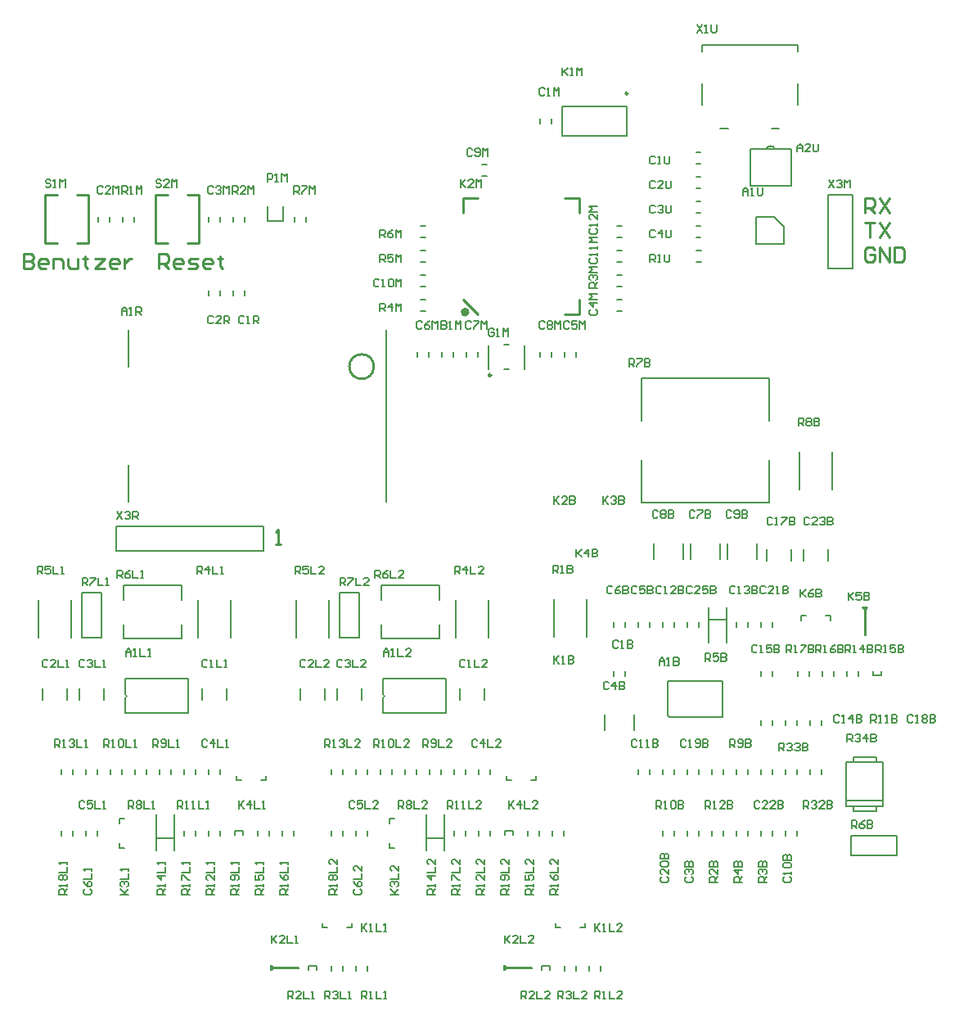
<source format=gto>
%FSLAX25Y25*%
%MOIN*%
G70*
G01*
G75*
G04 Layer_Color=65535*
%ADD10R,0.20276X0.12402*%
%ADD11O,0.00984X0.02756*%
%ADD12R,0.00984X0.02756*%
%ADD13R,0.02756X0.00984*%
%ADD14R,0.15197X0.10787*%
%ADD15R,0.01772X0.04134*%
%ADD16O,0.01772X0.04134*%
%ADD17R,0.04000X0.06000*%
%ADD18R,0.06000X0.04000*%
G04:AMPARAMS|DCode=19|XSize=40mil|YSize=60mil|CornerRadius=10mil|HoleSize=0mil|Usage=FLASHONLY|Rotation=0.000|XOffset=0mil|YOffset=0mil|HoleType=Round|Shape=RoundedRectangle|*
%AMROUNDEDRECTD19*
21,1,0.04000,0.04000,0,0,0.0*
21,1,0.02000,0.06000,0,0,0.0*
1,1,0.02000,0.01000,-0.02000*
1,1,0.02000,-0.01000,-0.02000*
1,1,0.02000,-0.01000,0.02000*
1,1,0.02000,0.01000,0.02000*
%
%ADD19ROUNDEDRECTD19*%
%ADD20R,0.01181X0.03543*%
%ADD21R,0.03543X0.01181*%
%ADD22R,0.05512X0.04724*%
%ADD23R,0.12992X0.05512*%
%ADD24R,0.04724X0.05512*%
%ADD25R,0.09449X0.05118*%
G04:AMPARAMS|DCode=26|XSize=35.43mil|YSize=39.37mil|CornerRadius=8.86mil|HoleSize=0mil|Usage=FLASHONLY|Rotation=90.000|XOffset=0mil|YOffset=0mil|HoleType=Round|Shape=RoundedRectangle|*
%AMROUNDEDRECTD26*
21,1,0.03543,0.02165,0,0,90.0*
21,1,0.01772,0.03937,0,0,90.0*
1,1,0.01772,0.01083,0.00886*
1,1,0.01772,0.01083,-0.00886*
1,1,0.01772,-0.01083,-0.00886*
1,1,0.01772,-0.01083,0.00886*
%
%ADD26ROUNDEDRECTD26*%
%ADD27R,0.03937X0.03543*%
%ADD28R,0.02756X0.01654*%
%ADD29R,0.12598X0.08268*%
%ADD30R,0.03543X0.08268*%
%ADD31O,0.02717X0.03898*%
%ADD32R,0.02717X0.03898*%
%ADD33R,0.01181X0.04724*%
%ADD34R,0.04724X0.01181*%
%ADD35O,0.03898X0.02717*%
%ADD36R,0.03898X0.02717*%
%ADD37R,0.05000X0.06299*%
%ADD38R,0.07087X0.05512*%
%ADD39R,0.14567X0.05906*%
%ADD40R,0.08661X0.05512*%
%ADD41R,0.03543X0.05512*%
%ADD42R,0.09843X0.06299*%
%ADD43R,0.14764X0.12992*%
%ADD44R,0.05512X0.08661*%
%ADD45R,0.05512X0.03543*%
%ADD46R,0.06299X0.07500*%
%ADD47R,0.05512X0.03740*%
%ADD48R,0.02953X0.04528*%
%ADD49R,0.01772X0.09055*%
%ADD50R,0.07874X0.09843*%
%ADD51R,0.06299X0.05000*%
%ADD52R,0.04331X0.04331*%
%ADD53R,0.02362X0.01969*%
%ADD54O,0.05512X0.03937*%
%ADD55R,0.05512X0.04724*%
%ADD56C,0.00600*%
%ADD57C,0.01000*%
%ADD58C,0.02000*%
%ADD59C,0.03937*%
%ADD60C,0.07874*%
%ADD61R,0.06693X0.09331*%
%ADD62R,0.09843X0.09843*%
%ADD63C,0.09843*%
%ADD64C,0.11811*%
%ADD65C,0.02756*%
%ADD66C,0.03543*%
%ADD67C,0.07000*%
%ADD68R,0.07000X0.07000*%
%ADD69R,0.07000X0.07000*%
%ADD70R,0.09843X0.09843*%
%ADD71R,0.11811X0.11811*%
%ADD72C,0.02800*%
%ADD73C,0.00787*%
%ADD74C,0.00984*%
%ADD75C,0.01969*%
%ADD76C,0.00500*%
D56*
X45350Y201049D02*
X47482Y197850D01*
Y201049D02*
X45350Y197850D01*
X48549Y200515D02*
X49082Y201049D01*
X50148D01*
X50681Y200515D01*
Y199982D01*
X50148Y199449D01*
X49615D01*
X50148D01*
X50681Y198916D01*
Y198383D01*
X50148Y197850D01*
X49082D01*
X48549Y198383D01*
X51748Y197850D02*
Y201049D01*
X53347D01*
X53880Y200515D01*
Y199449D01*
X53347Y198916D01*
X51748D01*
X52814D02*
X53880Y197850D01*
X335350Y336049D02*
X337482Y332850D01*
Y336049D02*
X335350Y332850D01*
X338549Y335515D02*
X339082Y336049D01*
X340148D01*
X340681Y335515D01*
Y334982D01*
X340148Y334449D01*
X339615D01*
X340148D01*
X340681Y333916D01*
Y333383D01*
X340148Y332850D01*
X339082D01*
X338549Y333383D01*
X341748Y332850D02*
Y336049D01*
X342814Y334982D01*
X343880Y336049D01*
Y332850D01*
X281650Y399149D02*
X283782Y395950D01*
Y399149D02*
X281650Y395950D01*
X284849D02*
X285915D01*
X285382D01*
Y399149D01*
X284849Y398615D01*
X287514Y399149D02*
Y396483D01*
X288048Y395950D01*
X289114D01*
X289647Y396483D01*
Y399149D01*
X63382Y335715D02*
X62849Y336249D01*
X61783D01*
X61250Y335715D01*
Y335182D01*
X61783Y334649D01*
X62849D01*
X63382Y334116D01*
Y333583D01*
X62849Y333050D01*
X61783D01*
X61250Y333583D01*
X66581Y333050D02*
X64449D01*
X66581Y335182D01*
Y335715D01*
X66048Y336249D01*
X64982D01*
X64449Y335715D01*
X67648Y333050D02*
Y336249D01*
X68714Y335182D01*
X69780Y336249D01*
Y333050D01*
X18382Y335715D02*
X17849Y336249D01*
X16783D01*
X16250Y335715D01*
Y335182D01*
X16783Y334649D01*
X17849D01*
X18382Y334116D01*
Y333583D01*
X17849Y333050D01*
X16783D01*
X16250Y333583D01*
X19449Y333050D02*
X20515D01*
X19982D01*
Y336249D01*
X19449Y335715D01*
X22114Y333050D02*
Y336249D01*
X23181Y335182D01*
X24247Y336249D01*
Y333050D01*
X342850Y107150D02*
Y110349D01*
X344449D01*
X344982Y109815D01*
Y108749D01*
X344449Y108216D01*
X342850D01*
X343916D02*
X344982Y107150D01*
X346049Y109815D02*
X346582Y110349D01*
X347648D01*
X348181Y109815D01*
Y109282D01*
X347648Y108749D01*
X347115D01*
X347648D01*
X348181Y108216D01*
Y107683D01*
X347648Y107150D01*
X346582D01*
X346049Y107683D01*
X350847Y107150D02*
Y110349D01*
X349248Y108749D01*
X351380D01*
X352447Y110349D02*
Y107150D01*
X354046D01*
X354579Y107683D01*
Y108216D01*
X354046Y108749D01*
X352447D01*
X354046D01*
X354579Y109282D01*
Y109815D01*
X354046Y110349D01*
X352447D01*
X315000Y103500D02*
Y106699D01*
X316599D01*
X317133Y106166D01*
Y105099D01*
X316599Y104566D01*
X315000D01*
X316066D02*
X317133Y103500D01*
X318199Y106166D02*
X318732Y106699D01*
X319798D01*
X320332Y106166D01*
Y105633D01*
X319798Y105099D01*
X319265D01*
X319798D01*
X320332Y104566D01*
Y104033D01*
X319798Y103500D01*
X318732D01*
X318199Y104033D01*
X321398Y106166D02*
X321931Y106699D01*
X322997D01*
X323531Y106166D01*
Y105633D01*
X322997Y105099D01*
X322464D01*
X322997D01*
X323531Y104566D01*
Y104033D01*
X322997Y103500D01*
X321931D01*
X321398Y104033D01*
X324597Y106699D02*
Y103500D01*
X326196D01*
X326730Y104033D01*
Y104566D01*
X326196Y105099D01*
X324597D01*
X326196D01*
X326730Y105633D01*
Y106166D01*
X326196Y106699D01*
X324597D01*
X325000Y80000D02*
Y83199D01*
X326600D01*
X327133Y82666D01*
Y81599D01*
X326600Y81066D01*
X325000D01*
X326066D02*
X327133Y80000D01*
X328199Y82666D02*
X328732Y83199D01*
X329799D01*
X330332Y82666D01*
Y82133D01*
X329799Y81599D01*
X329265D01*
X329799D01*
X330332Y81066D01*
Y80533D01*
X329799Y80000D01*
X328732D01*
X328199Y80533D01*
X333531Y80000D02*
X331398D01*
X333531Y82133D01*
Y82666D01*
X332997Y83199D01*
X331931D01*
X331398Y82666D01*
X334597Y83199D02*
Y80000D01*
X336196D01*
X336730Y80533D01*
Y81066D01*
X336196Y81599D01*
X334597D01*
X336196D01*
X336730Y82133D01*
Y82666D01*
X336196Y83199D01*
X334597D01*
X205000Y45000D02*
X201801D01*
Y46600D01*
X202334Y47133D01*
X203400D01*
X203934Y46600D01*
Y45000D01*
Y46066D02*
X205000Y47133D01*
Y48199D02*
Y49265D01*
Y48732D01*
X201801D01*
X202334Y48199D01*
X204467Y50865D02*
X205000Y51398D01*
Y52464D01*
X204467Y52997D01*
X202334D01*
X201801Y52464D01*
Y51398D01*
X202334Y50865D01*
X202867D01*
X203400Y51398D01*
Y52997D01*
X201801Y54064D02*
X205000D01*
Y56196D01*
Y59395D02*
Y57263D01*
X202867Y59395D01*
X202334D01*
X201801Y58862D01*
Y57796D01*
X202334Y57263D01*
X95000Y45000D02*
X91801D01*
Y46600D01*
X92334Y47133D01*
X93401D01*
X93934Y46600D01*
Y45000D01*
Y46066D02*
X95000Y47133D01*
Y48199D02*
Y49265D01*
Y48732D01*
X91801D01*
X92334Y48199D01*
X94467Y50865D02*
X95000Y51398D01*
Y52464D01*
X94467Y52997D01*
X92334D01*
X91801Y52464D01*
Y51398D01*
X92334Y50865D01*
X92867D01*
X93401Y51398D01*
Y52997D01*
X91801Y54064D02*
X95000D01*
Y56196D01*
Y57263D02*
Y58329D01*
Y57796D01*
X91801D01*
X92334Y57263D01*
X135000Y45000D02*
X131801D01*
Y46600D01*
X132334Y47133D01*
X133400D01*
X133934Y46600D01*
Y45000D01*
Y46066D02*
X135000Y47133D01*
Y48199D02*
Y49265D01*
Y48732D01*
X131801D01*
X132334Y48199D01*
Y50865D02*
X131801Y51398D01*
Y52464D01*
X132334Y52997D01*
X132867D01*
X133400Y52464D01*
X133934Y52997D01*
X134467D01*
X135000Y52464D01*
Y51398D01*
X134467Y50865D01*
X133934D01*
X133400Y51398D01*
X132867Y50865D01*
X132334D01*
X133400Y51398D02*
Y52464D01*
X131801Y54064D02*
X135000D01*
Y56196D01*
Y59395D02*
Y57263D01*
X132867Y59395D01*
X132334D01*
X131801Y58862D01*
Y57796D01*
X132334Y57263D01*
X25000Y45000D02*
X21801D01*
Y46600D01*
X22334Y47133D01*
X23401D01*
X23934Y46600D01*
Y45000D01*
Y46066D02*
X25000Y47133D01*
Y48199D02*
Y49265D01*
Y48732D01*
X21801D01*
X22334Y48199D01*
Y50865D02*
X21801Y51398D01*
Y52464D01*
X22334Y52997D01*
X22867D01*
X23401Y52464D01*
X23934Y52997D01*
X24467D01*
X25000Y52464D01*
Y51398D01*
X24467Y50865D01*
X23934D01*
X23401Y51398D01*
X22867Y50865D01*
X22334D01*
X23401Y51398D02*
Y52464D01*
X21801Y54064D02*
X25000D01*
Y56196D01*
Y57263D02*
Y58329D01*
Y57796D01*
X21801D01*
X22334Y57263D01*
X185000Y45000D02*
X181801D01*
Y46600D01*
X182334Y47133D01*
X183400D01*
X183934Y46600D01*
Y45000D01*
Y46066D02*
X185000Y47133D01*
Y48199D02*
Y49265D01*
Y48732D01*
X181801D01*
X182334Y48199D01*
X181801Y50865D02*
Y52997D01*
X182334D01*
X184467Y50865D01*
X185000D01*
X181801Y54064D02*
X185000D01*
Y56196D01*
Y59395D02*
Y57263D01*
X182867Y59395D01*
X182334D01*
X181801Y58862D01*
Y57796D01*
X182334Y57263D01*
X75000Y45000D02*
X71801D01*
Y46600D01*
X72334Y47133D01*
X73400D01*
X73934Y46600D01*
Y45000D01*
Y46066D02*
X75000Y47133D01*
Y48199D02*
Y49265D01*
Y48732D01*
X71801D01*
X72334Y48199D01*
X71801Y50865D02*
Y52997D01*
X72334D01*
X74467Y50865D01*
X75000D01*
X71801Y54064D02*
X75000D01*
Y56196D01*
Y57263D02*
Y58329D01*
Y57796D01*
X71801D01*
X72334Y57263D01*
X318000Y143500D02*
Y146699D01*
X319600D01*
X320133Y146166D01*
Y145099D01*
X319600Y144566D01*
X318000D01*
X319066D02*
X320133Y143500D01*
X321199D02*
X322265D01*
X321732D01*
Y146699D01*
X321199Y146166D01*
X323865Y146699D02*
X325997D01*
Y146166D01*
X323865Y144033D01*
Y143500D01*
X327064Y146699D02*
Y143500D01*
X328663D01*
X329196Y144033D01*
Y144566D01*
X328663Y145099D01*
X327064D01*
X328663D01*
X329196Y145633D01*
Y146166D01*
X328663Y146699D01*
X327064D01*
X225000Y45000D02*
X221801D01*
Y46600D01*
X222334Y47133D01*
X223400D01*
X223934Y46600D01*
Y45000D01*
Y46066D02*
X225000Y47133D01*
Y48199D02*
Y49265D01*
Y48732D01*
X221801D01*
X222334Y48199D01*
X221801Y52997D02*
X222334Y51931D01*
X223400Y50865D01*
X224467D01*
X225000Y51398D01*
Y52464D01*
X224467Y52997D01*
X223934D01*
X223400Y52464D01*
Y50865D01*
X221801Y54064D02*
X225000D01*
Y56196D01*
Y59395D02*
Y57263D01*
X222867Y59395D01*
X222334D01*
X221801Y58862D01*
Y57796D01*
X222334Y57263D01*
X115000Y45000D02*
X111801D01*
Y46600D01*
X112334Y47133D01*
X113400D01*
X113934Y46600D01*
Y45000D01*
Y46066D02*
X115000Y47133D01*
Y48199D02*
Y49265D01*
Y48732D01*
X111801D01*
X112334Y48199D01*
X111801Y52997D02*
X112334Y51931D01*
X113400Y50865D01*
X114467D01*
X115000Y51398D01*
Y52464D01*
X114467Y52997D01*
X113934D01*
X113400Y52464D01*
Y50865D01*
X111801Y54064D02*
X115000D01*
Y56196D01*
Y57263D02*
Y58329D01*
Y57796D01*
X111801D01*
X112334Y57263D01*
X330000Y143500D02*
Y146699D01*
X331599D01*
X332133Y146166D01*
Y145099D01*
X331599Y144566D01*
X330000D01*
X331066D02*
X332133Y143500D01*
X333199D02*
X334265D01*
X333732D01*
Y146699D01*
X333199Y146166D01*
X337997Y146699D02*
X336931Y146166D01*
X335865Y145099D01*
Y144033D01*
X336398Y143500D01*
X337464D01*
X337997Y144033D01*
Y144566D01*
X337464Y145099D01*
X335865D01*
X339064Y146699D02*
Y143500D01*
X340663D01*
X341196Y144033D01*
Y144566D01*
X340663Y145099D01*
X339064D01*
X340663D01*
X341196Y145633D01*
Y146166D01*
X340663Y146699D01*
X339064D01*
X215000Y45000D02*
X211801D01*
Y46600D01*
X212334Y47133D01*
X213401D01*
X213934Y46600D01*
Y45000D01*
Y46066D02*
X215000Y47133D01*
Y48199D02*
Y49265D01*
Y48732D01*
X211801D01*
X212334Y48199D01*
X211801Y52997D02*
Y50865D01*
X213401D01*
X212867Y51931D01*
Y52464D01*
X213401Y52997D01*
X214467D01*
X215000Y52464D01*
Y51398D01*
X214467Y50865D01*
X211801Y54064D02*
X215000D01*
Y56196D01*
Y59395D02*
Y57263D01*
X212867Y59395D01*
X212334D01*
X211801Y58862D01*
Y57796D01*
X212334Y57263D01*
X105000Y45000D02*
X101801D01*
Y46600D01*
X102334Y47133D01*
X103401D01*
X103934Y46600D01*
Y45000D01*
Y46066D02*
X105000Y47133D01*
Y48199D02*
Y49265D01*
Y48732D01*
X101801D01*
X102334Y48199D01*
X101801Y52997D02*
Y50865D01*
X103401D01*
X102867Y51931D01*
Y52464D01*
X103401Y52997D01*
X104467D01*
X105000Y52464D01*
Y51398D01*
X104467Y50865D01*
X101801Y54064D02*
X105000D01*
Y56196D01*
Y57263D02*
Y58329D01*
Y57796D01*
X101801D01*
X102334Y57263D01*
X354500Y143500D02*
Y146699D01*
X356100D01*
X356633Y146166D01*
Y145099D01*
X356100Y144566D01*
X354500D01*
X355566D02*
X356633Y143500D01*
X357699D02*
X358765D01*
X358232D01*
Y146699D01*
X357699Y146166D01*
X362497Y146699D02*
X360365D01*
Y145099D01*
X361431Y145633D01*
X361964D01*
X362497Y145099D01*
Y144033D01*
X361964Y143500D01*
X360898D01*
X360365Y144033D01*
X363564Y146699D02*
Y143500D01*
X365163D01*
X365696Y144033D01*
Y144566D01*
X365163Y145099D01*
X363564D01*
X365163D01*
X365696Y145633D01*
Y146166D01*
X365163Y146699D01*
X363564D01*
X175000Y45000D02*
X171801D01*
Y46600D01*
X172334Y47133D01*
X173400D01*
X173934Y46600D01*
Y45000D01*
Y46066D02*
X175000Y47133D01*
Y48199D02*
Y49265D01*
Y48732D01*
X171801D01*
X172334Y48199D01*
X175000Y52464D02*
X171801D01*
X173400Y50865D01*
Y52997D01*
X171801Y54064D02*
X175000D01*
Y56196D01*
Y59395D02*
Y57263D01*
X172867Y59395D01*
X172334D01*
X171801Y58862D01*
Y57796D01*
X172334Y57263D01*
X65000Y45000D02*
X61801D01*
Y46600D01*
X62334Y47133D01*
X63401D01*
X63934Y46600D01*
Y45000D01*
Y46066D02*
X65000Y47133D01*
Y48199D02*
Y49265D01*
Y48732D01*
X61801D01*
X62334Y48199D01*
X65000Y52464D02*
X61801D01*
X63401Y50865D01*
Y52997D01*
X61801Y54064D02*
X65000D01*
Y56196D01*
Y57263D02*
Y58329D01*
Y57796D01*
X61801D01*
X62334Y57263D01*
X342000Y143500D02*
Y146699D01*
X343600D01*
X344133Y146166D01*
Y145099D01*
X343600Y144566D01*
X342000D01*
X343066D02*
X344133Y143500D01*
X345199D02*
X346265D01*
X345732D01*
Y146699D01*
X345199Y146166D01*
X349464Y143500D02*
Y146699D01*
X347865Y145099D01*
X349997D01*
X351064Y146699D02*
Y143500D01*
X352663D01*
X353196Y144033D01*
Y144566D01*
X352663Y145099D01*
X351064D01*
X352663D01*
X353196Y145633D01*
Y146166D01*
X352663Y146699D01*
X351064D01*
X130000Y105000D02*
Y108199D01*
X131599D01*
X132133Y107666D01*
Y106599D01*
X131599Y106066D01*
X130000D01*
X131066D02*
X132133Y105000D01*
X133199D02*
X134265D01*
X133732D01*
Y108199D01*
X133199Y107666D01*
X135865D02*
X136398Y108199D01*
X137464D01*
X137997Y107666D01*
Y107133D01*
X137464Y106599D01*
X136931D01*
X137464D01*
X137997Y106066D01*
Y105533D01*
X137464Y105000D01*
X136398D01*
X135865Y105533D01*
X139064Y108199D02*
Y105000D01*
X141196D01*
X144395D02*
X142263D01*
X144395Y107133D01*
Y107666D01*
X143862Y108199D01*
X142796D01*
X142263Y107666D01*
X20000Y105000D02*
Y108199D01*
X21599D01*
X22133Y107666D01*
Y106599D01*
X21599Y106066D01*
X20000D01*
X21066D02*
X22133Y105000D01*
X23199D02*
X24265D01*
X23732D01*
Y108199D01*
X23199Y107666D01*
X25865D02*
X26398Y108199D01*
X27464D01*
X27997Y107666D01*
Y107133D01*
X27464Y106599D01*
X26931D01*
X27464D01*
X27997Y106066D01*
Y105533D01*
X27464Y105000D01*
X26398D01*
X25865Y105533D01*
X29064Y108199D02*
Y105000D01*
X31196D01*
X32263D02*
X33329D01*
X32796D01*
Y108199D01*
X32263Y107666D01*
X195000Y45000D02*
X191801D01*
Y46600D01*
X192334Y47133D01*
X193401D01*
X193934Y46600D01*
Y45000D01*
Y46066D02*
X195000Y47133D01*
Y48199D02*
Y49265D01*
Y48732D01*
X191801D01*
X192334Y48199D01*
X195000Y52997D02*
Y50865D01*
X192867Y52997D01*
X192334D01*
X191801Y52464D01*
Y51398D01*
X192334Y50865D01*
X191801Y54064D02*
X195000D01*
Y56196D01*
Y59395D02*
Y57263D01*
X192867Y59395D01*
X192334D01*
X191801Y58862D01*
Y57796D01*
X192334Y57263D01*
X85000Y45000D02*
X81801D01*
Y46600D01*
X82334Y47133D01*
X83400D01*
X83934Y46600D01*
Y45000D01*
Y46066D02*
X85000Y47133D01*
Y48199D02*
Y49265D01*
Y48732D01*
X81801D01*
X82334Y48199D01*
X85000Y52997D02*
Y50865D01*
X82867Y52997D01*
X82334D01*
X81801Y52464D01*
Y51398D01*
X82334Y50865D01*
X81801Y54064D02*
X85000D01*
Y56196D01*
Y57263D02*
Y58329D01*
Y57796D01*
X81801D01*
X82334Y57263D01*
X285000Y80000D02*
Y83199D01*
X286599D01*
X287133Y82666D01*
Y81599D01*
X286599Y81066D01*
X285000D01*
X286066D02*
X287133Y80000D01*
X288199D02*
X289265D01*
X288732D01*
Y83199D01*
X288199Y82666D01*
X292997Y80000D02*
X290865D01*
X292997Y82133D01*
Y82666D01*
X292464Y83199D01*
X291398D01*
X290865Y82666D01*
X294064Y83199D02*
Y80000D01*
X295663D01*
X296196Y80533D01*
Y81066D01*
X295663Y81599D01*
X294064D01*
X295663D01*
X296196Y82133D01*
Y82666D01*
X295663Y83199D01*
X294064D01*
X180000Y80000D02*
Y83199D01*
X181599D01*
X182133Y82666D01*
Y81599D01*
X181599Y81066D01*
X180000D01*
X181066D02*
X182133Y80000D01*
X183199D02*
X184265D01*
X183732D01*
Y83199D01*
X183199Y82666D01*
X185865Y80000D02*
X186931D01*
X186398D01*
Y83199D01*
X185865Y82666D01*
X188531Y83199D02*
Y80000D01*
X190663D01*
X193862D02*
X191729D01*
X193862Y82133D01*
Y82666D01*
X193329Y83199D01*
X192263D01*
X191729Y82666D01*
X70000Y80000D02*
Y83199D01*
X71600D01*
X72133Y82666D01*
Y81599D01*
X71600Y81066D01*
X70000D01*
X71066D02*
X72133Y80000D01*
X73199D02*
X74265D01*
X73732D01*
Y83199D01*
X73199Y82666D01*
X75865Y80000D02*
X76931D01*
X76398D01*
Y83199D01*
X75865Y82666D01*
X78531Y83199D02*
Y80000D01*
X80663D01*
X81730D02*
X82796D01*
X82263D01*
Y83199D01*
X81730Y82666D01*
X352500Y115000D02*
Y118199D01*
X354099D01*
X354633Y117666D01*
Y116600D01*
X354099Y116066D01*
X352500D01*
X353566D02*
X354633Y115000D01*
X355699D02*
X356765D01*
X356232D01*
Y118199D01*
X355699Y117666D01*
X358365Y115000D02*
X359431D01*
X358898D01*
Y118199D01*
X358365Y117666D01*
X361031Y118199D02*
Y115000D01*
X362630D01*
X363163Y115533D01*
Y116066D01*
X362630Y116600D01*
X361031D01*
X362630D01*
X363163Y117133D01*
Y117666D01*
X362630Y118199D01*
X361031D01*
X150000Y105000D02*
Y108199D01*
X151600D01*
X152133Y107666D01*
Y106599D01*
X151600Y106066D01*
X150000D01*
X151066D02*
X152133Y105000D01*
X153199D02*
X154265D01*
X153732D01*
Y108199D01*
X153199Y107666D01*
X155865D02*
X156398Y108199D01*
X157464D01*
X157997Y107666D01*
Y105533D01*
X157464Y105000D01*
X156398D01*
X155865Y105533D01*
Y107666D01*
X159064Y108199D02*
Y105000D01*
X161196D01*
X164395D02*
X162263D01*
X164395Y107133D01*
Y107666D01*
X163862Y108199D01*
X162796D01*
X162263Y107666D01*
X40000Y105000D02*
Y108199D01*
X41600D01*
X42133Y107666D01*
Y106599D01*
X41600Y106066D01*
X40000D01*
X41066D02*
X42133Y105000D01*
X43199D02*
X44265D01*
X43732D01*
Y108199D01*
X43199Y107666D01*
X45865D02*
X46398Y108199D01*
X47464D01*
X47997Y107666D01*
Y105533D01*
X47464Y105000D01*
X46398D01*
X45865Y105533D01*
Y107666D01*
X49064Y108199D02*
Y105000D01*
X51196D01*
X52263D02*
X53329D01*
X52796D01*
Y108199D01*
X52263Y107666D01*
X265000Y80000D02*
Y83199D01*
X266599D01*
X267133Y82666D01*
Y81599D01*
X266599Y81066D01*
X265000D01*
X266066D02*
X267133Y80000D01*
X268199D02*
X269265D01*
X268732D01*
Y83199D01*
X268199Y82666D01*
X270865D02*
X271398Y83199D01*
X272464D01*
X272997Y82666D01*
Y80533D01*
X272464Y80000D01*
X271398D01*
X270865Y80533D01*
Y82666D01*
X274064Y83199D02*
Y80000D01*
X275663D01*
X276196Y80533D01*
Y81066D01*
X275663Y81599D01*
X274064D01*
X275663D01*
X276196Y82133D01*
Y82666D01*
X275663Y83199D01*
X274064D01*
X170000Y105000D02*
Y108199D01*
X171599D01*
X172133Y107666D01*
Y106599D01*
X171599Y106066D01*
X170000D01*
X171066D02*
X172133Y105000D01*
X173199Y105533D02*
X173732Y105000D01*
X174799D01*
X175332Y105533D01*
Y107666D01*
X174799Y108199D01*
X173732D01*
X173199Y107666D01*
Y107133D01*
X173732Y106599D01*
X175332D01*
X176398Y108199D02*
Y105000D01*
X178531D01*
X181729D02*
X179597D01*
X181729Y107133D01*
Y107666D01*
X181196Y108199D01*
X180130D01*
X179597Y107666D01*
X60000Y105000D02*
Y108199D01*
X61599D01*
X62133Y107666D01*
Y106599D01*
X61599Y106066D01*
X60000D01*
X61066D02*
X62133Y105000D01*
X63199Y105533D02*
X63732Y105000D01*
X64798D01*
X65332Y105533D01*
Y107666D01*
X64798Y108199D01*
X63732D01*
X63199Y107666D01*
Y107133D01*
X63732Y106599D01*
X65332D01*
X66398Y108199D02*
Y105000D01*
X68531D01*
X69597D02*
X70663D01*
X70130D01*
Y108199D01*
X69597Y107666D01*
X295000Y105000D02*
Y108199D01*
X296600D01*
X297133Y107666D01*
Y106599D01*
X296600Y106066D01*
X295000D01*
X296066D02*
X297133Y105000D01*
X298199Y105533D02*
X298732Y105000D01*
X299798D01*
X300332Y105533D01*
Y107666D01*
X299798Y108199D01*
X298732D01*
X298199Y107666D01*
Y107133D01*
X298732Y106599D01*
X300332D01*
X301398Y108199D02*
Y105000D01*
X302997D01*
X303531Y105533D01*
Y106066D01*
X302997Y106599D01*
X301398D01*
X302997D01*
X303531Y107133D01*
Y107666D01*
X302997Y108199D01*
X301398D01*
X160000Y80000D02*
Y83199D01*
X161600D01*
X162133Y82666D01*
Y81599D01*
X161600Y81066D01*
X160000D01*
X161066D02*
X162133Y80000D01*
X163199Y82666D02*
X163732Y83199D01*
X164798D01*
X165332Y82666D01*
Y82133D01*
X164798Y81599D01*
X165332Y81066D01*
Y80533D01*
X164798Y80000D01*
X163732D01*
X163199Y80533D01*
Y81066D01*
X163732Y81599D01*
X163199Y82133D01*
Y82666D01*
X163732Y81599D02*
X164798D01*
X166398Y83199D02*
Y80000D01*
X168531D01*
X171730D02*
X169597D01*
X171730Y82133D01*
Y82666D01*
X171196Y83199D01*
X170130D01*
X169597Y82666D01*
X50000Y80000D02*
Y83199D01*
X51600D01*
X52133Y82666D01*
Y81599D01*
X51600Y81066D01*
X50000D01*
X51066D02*
X52133Y80000D01*
X53199Y82666D02*
X53732Y83199D01*
X54799D01*
X55332Y82666D01*
Y82133D01*
X54799Y81599D01*
X55332Y81066D01*
Y80533D01*
X54799Y80000D01*
X53732D01*
X53199Y80533D01*
Y81066D01*
X53732Y81599D01*
X53199Y82133D01*
Y82666D01*
X53732Y81599D02*
X54799D01*
X56398Y83199D02*
Y80000D01*
X58531D01*
X59597D02*
X60663D01*
X60130D01*
Y83199D01*
X59597Y82666D01*
X322950Y235850D02*
Y239049D01*
X324549D01*
X325082Y238515D01*
Y237449D01*
X324549Y236916D01*
X322950D01*
X324016D02*
X325082Y235850D01*
X326149Y238515D02*
X326682Y239049D01*
X327748D01*
X328281Y238515D01*
Y237982D01*
X327748Y237449D01*
X328281Y236916D01*
Y236383D01*
X327748Y235850D01*
X326682D01*
X326149Y236383D01*
Y236916D01*
X326682Y237449D01*
X326149Y237982D01*
Y238515D01*
X326682Y237449D02*
X327748D01*
X329348Y239049D02*
Y235850D01*
X330947D01*
X331480Y236383D01*
Y236916D01*
X330947Y237449D01*
X329348D01*
X330947D01*
X331480Y237982D01*
Y238515D01*
X330947Y239049D01*
X329348D01*
X117450Y330250D02*
Y333449D01*
X119049D01*
X119582Y332915D01*
Y331849D01*
X119049Y331316D01*
X117450D01*
X118516D02*
X119582Y330250D01*
X120649Y333449D02*
X122781D01*
Y332915D01*
X120649Y330783D01*
Y330250D01*
X123848D02*
Y333449D01*
X124914Y332382D01*
X125980Y333449D01*
Y330250D01*
X136250Y170850D02*
Y174049D01*
X137849D01*
X138382Y173515D01*
Y172449D01*
X137849Y171916D01*
X136250D01*
X137316D02*
X138382Y170850D01*
X139449Y174049D02*
X141581D01*
Y173515D01*
X139449Y171383D01*
Y170850D01*
X142648Y174049D02*
Y170850D01*
X144780D01*
X147979D02*
X145846D01*
X147979Y172982D01*
Y173515D01*
X147446Y174049D01*
X146380D01*
X145846Y173515D01*
X31250Y170850D02*
Y174049D01*
X32849D01*
X33382Y173515D01*
Y172449D01*
X32849Y171916D01*
X31250D01*
X32316D02*
X33382Y170850D01*
X34449Y174049D02*
X36581D01*
Y173515D01*
X34449Y171383D01*
Y170850D01*
X37648Y174049D02*
Y170850D01*
X39780D01*
X40846D02*
X41913D01*
X41380D01*
Y174049D01*
X40846Y173515D01*
X253950Y259950D02*
Y263149D01*
X255549D01*
X256082Y262615D01*
Y261549D01*
X255549Y261016D01*
X253950D01*
X255016D02*
X256082Y259950D01*
X257149Y263149D02*
X259281D01*
Y262615D01*
X257149Y260483D01*
Y259950D01*
X260348Y263149D02*
Y259950D01*
X261947D01*
X262480Y260483D01*
Y261016D01*
X261947Y261549D01*
X260348D01*
X261947D01*
X262480Y262082D01*
Y262615D01*
X261947Y263149D01*
X260348D01*
X152500Y312500D02*
Y315699D01*
X154100D01*
X154633Y315166D01*
Y314100D01*
X154100Y313566D01*
X152500D01*
X153566D02*
X154633Y312500D01*
X157832Y315699D02*
X156765Y315166D01*
X155699Y314100D01*
Y313033D01*
X156232Y312500D01*
X157299D01*
X157832Y313033D01*
Y313566D01*
X157299Y314100D01*
X155699D01*
X158898Y312500D02*
Y315699D01*
X159964Y314633D01*
X161031Y315699D01*
Y312500D01*
X150450Y173850D02*
Y177049D01*
X152049D01*
X152582Y176515D01*
Y175449D01*
X152049Y174916D01*
X150450D01*
X151516D02*
X152582Y173850D01*
X155781Y177049D02*
X154715Y176515D01*
X153649Y175449D01*
Y174383D01*
X154182Y173850D01*
X155248D01*
X155781Y174383D01*
Y174916D01*
X155248Y175449D01*
X153649D01*
X156848Y177049D02*
Y173850D01*
X158980D01*
X162179D02*
X160047D01*
X162179Y175982D01*
Y176515D01*
X161646Y177049D01*
X160580D01*
X160047Y176515D01*
X45450Y173850D02*
Y177049D01*
X47049D01*
X47582Y176515D01*
Y175449D01*
X47049Y174916D01*
X45450D01*
X46516D02*
X47582Y173850D01*
X50781Y177049D02*
X49715Y176515D01*
X48649Y175449D01*
Y174383D01*
X49182Y173850D01*
X50248D01*
X50781Y174383D01*
Y174916D01*
X50248Y175449D01*
X48649D01*
X51848Y177049D02*
Y173850D01*
X53980D01*
X55046D02*
X56113D01*
X55580D01*
Y177049D01*
X55046Y176515D01*
X344650Y71950D02*
Y75149D01*
X346249D01*
X346782Y74615D01*
Y73549D01*
X346249Y73016D01*
X344650D01*
X345716D02*
X346782Y71950D01*
X349981Y75149D02*
X348915Y74615D01*
X347849Y73549D01*
Y72483D01*
X348382Y71950D01*
X349448D01*
X349981Y72483D01*
Y73016D01*
X349448Y73549D01*
X347849D01*
X351048Y75149D02*
Y71950D01*
X352647D01*
X353180Y72483D01*
Y73016D01*
X352647Y73549D01*
X351048D01*
X352647D01*
X353180Y74082D01*
Y74615D01*
X352647Y75149D01*
X351048D01*
X152500Y302500D02*
Y305699D01*
X154100D01*
X154633Y305166D01*
Y304099D01*
X154100Y303566D01*
X152500D01*
X153566D02*
X154633Y302500D01*
X157832Y305699D02*
X155699D01*
Y304099D01*
X156765Y304633D01*
X157299D01*
X157832Y304099D01*
Y303033D01*
X157299Y302500D01*
X156232D01*
X155699Y303033D01*
X158898Y302500D02*
Y305699D01*
X159964Y304633D01*
X161031Y305699D01*
Y302500D01*
X117950Y175550D02*
Y178749D01*
X119549D01*
X120082Y178215D01*
Y177149D01*
X119549Y176616D01*
X117950D01*
X119016D02*
X120082Y175550D01*
X123281Y178749D02*
X121149D01*
Y177149D01*
X122215Y177682D01*
X122748D01*
X123281Y177149D01*
Y176083D01*
X122748Y175550D01*
X121682D01*
X121149Y176083D01*
X124348Y178749D02*
Y175550D01*
X126480D01*
X129679D02*
X127547D01*
X129679Y177682D01*
Y178215D01*
X129146Y178749D01*
X128080D01*
X127547Y178215D01*
X12950Y175550D02*
Y178749D01*
X14549D01*
X15082Y178215D01*
Y177149D01*
X14549Y176616D01*
X12950D01*
X14016D02*
X15082Y175550D01*
X18281Y178749D02*
X16149D01*
Y177149D01*
X17215Y177682D01*
X17748D01*
X18281Y177149D01*
Y176083D01*
X17748Y175550D01*
X16682D01*
X16149Y176083D01*
X19348Y178749D02*
Y175550D01*
X21480D01*
X22546D02*
X23613D01*
X23080D01*
Y178749D01*
X22546Y178215D01*
X285000Y140000D02*
Y143199D01*
X286599D01*
X287133Y142666D01*
Y141600D01*
X286599Y141066D01*
X285000D01*
X286066D02*
X287133Y140000D01*
X290332Y143199D02*
X288199D01*
Y141600D01*
X289265Y142133D01*
X289798D01*
X290332Y141600D01*
Y140533D01*
X289798Y140000D01*
X288732D01*
X288199Y140533D01*
X291398Y143199D02*
Y140000D01*
X292997D01*
X293531Y140533D01*
Y141066D01*
X292997Y141600D01*
X291398D01*
X292997D01*
X293531Y142133D01*
Y142666D01*
X292997Y143199D01*
X291398D01*
X152500Y282500D02*
Y285699D01*
X154100D01*
X154633Y285166D01*
Y284100D01*
X154100Y283566D01*
X152500D01*
X153566D02*
X154633Y282500D01*
X157299D02*
Y285699D01*
X155699Y284100D01*
X157832D01*
X158898Y282500D02*
Y285699D01*
X159964Y284633D01*
X161031Y285699D01*
Y282500D01*
X182950Y175550D02*
Y178749D01*
X184549D01*
X185082Y178215D01*
Y177149D01*
X184549Y176616D01*
X182950D01*
X184016D02*
X185082Y175550D01*
X187748D02*
Y178749D01*
X186149Y177149D01*
X188281D01*
X189348Y178749D02*
Y175550D01*
X191480D01*
X194679D02*
X192546D01*
X194679Y177682D01*
Y178215D01*
X194146Y178749D01*
X193080D01*
X192546Y178215D01*
X77950Y175550D02*
Y178749D01*
X79549D01*
X80082Y178215D01*
Y177149D01*
X79549Y176616D01*
X77950D01*
X79016D02*
X80082Y175550D01*
X82748D02*
Y178749D01*
X81149Y177149D01*
X83281D01*
X84348Y178749D02*
Y175550D01*
X86480D01*
X87546D02*
X88613D01*
X88080D01*
Y178749D01*
X87546Y178215D01*
X300000Y50000D02*
X296801D01*
Y51600D01*
X297334Y52133D01*
X298400D01*
X298934Y51600D01*
Y50000D01*
Y51066D02*
X300000Y52133D01*
Y54799D02*
X296801D01*
X298400Y53199D01*
Y55332D01*
X296801Y56398D02*
X300000D01*
Y57997D01*
X299467Y58531D01*
X298934D01*
X298400Y57997D01*
Y56398D01*
Y57997D01*
X297867Y58531D01*
X297334D01*
X296801Y57997D01*
Y56398D01*
X241000Y292000D02*
X237801D01*
Y293600D01*
X238334Y294133D01*
X239401D01*
X239934Y293600D01*
Y292000D01*
Y293066D02*
X241000Y294133D01*
X238334Y295199D02*
X237801Y295732D01*
Y296798D01*
X238334Y297332D01*
X238867D01*
X239401Y296798D01*
Y296265D01*
Y296798D01*
X239934Y297332D01*
X240467D01*
X241000Y296798D01*
Y295732D01*
X240467Y295199D01*
X241000Y298398D02*
X237801D01*
X238867Y299464D01*
X237801Y300531D01*
X241000D01*
X225000Y2500D02*
Y5699D01*
X226600D01*
X227133Y5166D01*
Y4100D01*
X226600Y3566D01*
X225000D01*
X226066D02*
X227133Y2500D01*
X228199Y5166D02*
X228732Y5699D01*
X229799D01*
X230332Y5166D01*
Y4633D01*
X229799Y4100D01*
X229265D01*
X229799D01*
X230332Y3566D01*
Y3033D01*
X229799Y2500D01*
X228732D01*
X228199Y3033D01*
X231398Y5699D02*
Y2500D01*
X233531D01*
X236730D02*
X234597D01*
X236730Y4633D01*
Y5166D01*
X236196Y5699D01*
X235130D01*
X234597Y5166D01*
X130000Y2500D02*
Y5699D01*
X131599D01*
X132133Y5166D01*
Y4100D01*
X131599Y3566D01*
X130000D01*
X131066D02*
X132133Y2500D01*
X133199Y5166D02*
X133732Y5699D01*
X134799D01*
X135332Y5166D01*
Y4633D01*
X134799Y4100D01*
X134265D01*
X134799D01*
X135332Y3566D01*
Y3033D01*
X134799Y2500D01*
X133732D01*
X133199Y3033D01*
X136398Y5699D02*
Y2500D01*
X138531D01*
X139597D02*
X140663D01*
X140130D01*
Y5699D01*
X139597Y5166D01*
X310000Y50000D02*
X306801D01*
Y51600D01*
X307334Y52133D01*
X308401D01*
X308934Y51600D01*
Y50000D01*
Y51066D02*
X310000Y52133D01*
X307334Y53199D02*
X306801Y53732D01*
Y54799D01*
X307334Y55332D01*
X307867D01*
X308401Y54799D01*
Y54265D01*
Y54799D01*
X308934Y55332D01*
X309467D01*
X310000Y54799D01*
Y53732D01*
X309467Y53199D01*
X306801Y56398D02*
X310000D01*
Y57997D01*
X309467Y58531D01*
X308934D01*
X308401Y57997D01*
Y56398D01*
Y57997D01*
X307867Y58531D01*
X307334D01*
X306801Y57997D01*
Y56398D01*
X92450Y330250D02*
Y333449D01*
X94049D01*
X94582Y332915D01*
Y331849D01*
X94049Y331316D01*
X92450D01*
X93516D02*
X94582Y330250D01*
X97781D02*
X95649D01*
X97781Y332382D01*
Y332915D01*
X97248Y333449D01*
X96182D01*
X95649Y332915D01*
X98848Y330250D02*
Y333449D01*
X99914Y332382D01*
X100980Y333449D01*
Y330250D01*
X210000Y2500D02*
Y5699D01*
X211599D01*
X212133Y5166D01*
Y4100D01*
X211599Y3566D01*
X210000D01*
X211066D02*
X212133Y2500D01*
X215332D02*
X213199D01*
X215332Y4633D01*
Y5166D01*
X214798Y5699D01*
X213732D01*
X213199Y5166D01*
X216398Y5699D02*
Y2500D01*
X218531D01*
X221730D02*
X219597D01*
X221730Y4633D01*
Y5166D01*
X221196Y5699D01*
X220130D01*
X219597Y5166D01*
X115000Y2500D02*
Y5699D01*
X116600D01*
X117133Y5166D01*
Y4100D01*
X116600Y3566D01*
X115000D01*
X116066D02*
X117133Y2500D01*
X120332D02*
X118199D01*
X120332Y4633D01*
Y5166D01*
X119799Y5699D01*
X118732D01*
X118199Y5166D01*
X121398Y5699D02*
Y2500D01*
X123531D01*
X124597D02*
X125663D01*
X125130D01*
Y5699D01*
X124597Y5166D01*
X290000Y50000D02*
X286801D01*
Y51600D01*
X287334Y52133D01*
X288401D01*
X288934Y51600D01*
Y50000D01*
Y51066D02*
X290000Y52133D01*
Y55332D02*
Y53199D01*
X287867Y55332D01*
X287334D01*
X286801Y54799D01*
Y53732D01*
X287334Y53199D01*
X286801Y56398D02*
X290000D01*
Y57997D01*
X289467Y58531D01*
X288934D01*
X288401Y57997D01*
Y56398D01*
Y57997D01*
X287867Y58531D01*
X287334D01*
X286801Y57997D01*
Y56398D01*
X262500Y302500D02*
Y305699D01*
X264100D01*
X264633Y305166D01*
Y304099D01*
X264100Y303566D01*
X262500D01*
X263566D02*
X264633Y302500D01*
X265699D02*
X266765D01*
X266232D01*
Y305699D01*
X265699Y305166D01*
X268365Y305699D02*
Y303033D01*
X268898Y302500D01*
X269964D01*
X270497Y303033D01*
Y305699D01*
X47450Y330250D02*
Y333449D01*
X49049D01*
X49582Y332915D01*
Y331849D01*
X49049Y331316D01*
X47450D01*
X48516D02*
X49582Y330250D01*
X50649D02*
X51715D01*
X51182D01*
Y333449D01*
X50649Y332915D01*
X53314Y330250D02*
Y333449D01*
X54381Y332382D01*
X55447Y333449D01*
Y330250D01*
X240000Y2500D02*
Y5699D01*
X241599D01*
X242133Y5166D01*
Y4100D01*
X241599Y3566D01*
X240000D01*
X241066D02*
X242133Y2500D01*
X243199D02*
X244265D01*
X243732D01*
Y5699D01*
X243199Y5166D01*
X245865Y5699D02*
Y2500D01*
X247997D01*
X251196D02*
X249064D01*
X251196Y4633D01*
Y5166D01*
X250663Y5699D01*
X249597D01*
X249064Y5166D01*
X145000Y2500D02*
Y5699D01*
X146599D01*
X147133Y5166D01*
Y4100D01*
X146599Y3566D01*
X145000D01*
X146066D02*
X147133Y2500D01*
X148199D02*
X149265D01*
X148732D01*
Y5699D01*
X148199Y5166D01*
X150865Y5699D02*
Y2500D01*
X152997D01*
X154064D02*
X155130D01*
X154597D01*
Y5699D01*
X154064Y5166D01*
X222950Y175850D02*
Y179049D01*
X224549D01*
X225082Y178515D01*
Y177449D01*
X224549Y176916D01*
X222950D01*
X224016D02*
X225082Y175850D01*
X226149D02*
X227215D01*
X226682D01*
Y179049D01*
X226149Y178515D01*
X228814Y179049D02*
Y175850D01*
X230414D01*
X230947Y176383D01*
Y176916D01*
X230414Y177449D01*
X228814D01*
X230414D01*
X230947Y177982D01*
Y178515D01*
X230414Y179049D01*
X228814D01*
X106650Y335350D02*
Y338549D01*
X108249D01*
X108782Y338015D01*
Y336949D01*
X108249Y336416D01*
X106650D01*
X109849Y335350D02*
X110915D01*
X110382D01*
Y338549D01*
X109849Y338015D01*
X112514Y335350D02*
Y338549D01*
X113581Y337482D01*
X114647Y338549D01*
Y335350D01*
X323750Y169349D02*
Y166150D01*
Y167216D01*
X325882Y169349D01*
X324283Y167749D01*
X325882Y166150D01*
X329081Y169349D02*
X328015Y168815D01*
X326949Y167749D01*
Y166683D01*
X327482Y166150D01*
X328548D01*
X329081Y166683D01*
Y167216D01*
X328548Y167749D01*
X326949D01*
X330148Y169349D02*
Y166150D01*
X331747D01*
X332280Y166683D01*
Y167216D01*
X331747Y167749D01*
X330148D01*
X331747D01*
X332280Y168282D01*
Y168815D01*
X331747Y169349D01*
X330148D01*
X343250Y168049D02*
Y164850D01*
Y165916D01*
X345382Y168049D01*
X343783Y166449D01*
X345382Y164850D01*
X348581Y168049D02*
X346449D01*
Y166449D01*
X347515Y166982D01*
X348048D01*
X348581Y166449D01*
Y165383D01*
X348048Y164850D01*
X346982D01*
X346449Y165383D01*
X349648Y168049D02*
Y164850D01*
X351247D01*
X351780Y165383D01*
Y165916D01*
X351247Y166449D01*
X349648D01*
X351247D01*
X351780Y166982D01*
Y167515D01*
X351247Y168049D01*
X349648D01*
X205000Y83199D02*
Y80000D01*
Y81066D01*
X207133Y83199D01*
X205533Y81599D01*
X207133Y80000D01*
X209799D02*
Y83199D01*
X208199Y81599D01*
X210332D01*
X211398Y83199D02*
Y80000D01*
X213531D01*
X216730D02*
X214597D01*
X216730Y82133D01*
Y82666D01*
X216196Y83199D01*
X215130D01*
X214597Y82666D01*
X95000Y83199D02*
Y80000D01*
Y81066D01*
X97133Y83199D01*
X95533Y81599D01*
X97133Y80000D01*
X99799D02*
Y83199D01*
X98199Y81599D01*
X100332D01*
X101398Y83199D02*
Y80000D01*
X103531D01*
X104597D02*
X105663D01*
X105130D01*
Y83199D01*
X104597Y82666D01*
X232500Y185699D02*
Y182500D01*
Y183566D01*
X234633Y185699D01*
X233033Y184099D01*
X234633Y182500D01*
X237298D02*
Y185699D01*
X235699Y184099D01*
X237832D01*
X238898Y185699D02*
Y182500D01*
X240497D01*
X241031Y183033D01*
Y183566D01*
X240497Y184099D01*
X238898D01*
X240497D01*
X241031Y184633D01*
Y185166D01*
X240497Y185699D01*
X238898D01*
X156801Y45000D02*
X160000D01*
X158934D01*
X156801Y47133D01*
X158400Y45533D01*
X160000Y47133D01*
X157334Y48199D02*
X156801Y48732D01*
Y49799D01*
X157334Y50332D01*
X157867D01*
X158400Y49799D01*
Y49265D01*
Y49799D01*
X158934Y50332D01*
X159467D01*
X160000Y49799D01*
Y48732D01*
X159467Y48199D01*
X156801Y51398D02*
X160000D01*
Y53531D01*
Y56730D02*
Y54597D01*
X157867Y56730D01*
X157334D01*
X156801Y56196D01*
Y55130D01*
X157334Y54597D01*
X46801Y45000D02*
X50000D01*
X48934D01*
X46801Y47133D01*
X48401Y45533D01*
X50000Y47133D01*
X47334Y48199D02*
X46801Y48732D01*
Y49799D01*
X47334Y50332D01*
X47867D01*
X48401Y49799D01*
Y49265D01*
Y49799D01*
X48934Y50332D01*
X49467D01*
X50000Y49799D01*
Y48732D01*
X49467Y48199D01*
X46801Y51398D02*
X50000D01*
Y53531D01*
Y54597D02*
Y55663D01*
Y55130D01*
X46801D01*
X47334Y54597D01*
X243350Y207149D02*
Y203950D01*
Y205016D01*
X245482Y207149D01*
X243883Y205549D01*
X245482Y203950D01*
X246549Y206615D02*
X247082Y207149D01*
X248148D01*
X248681Y206615D01*
Y206082D01*
X248148Y205549D01*
X247615D01*
X248148D01*
X248681Y205016D01*
Y204483D01*
X248148Y203950D01*
X247082D01*
X246549Y204483D01*
X249748Y207149D02*
Y203950D01*
X251347D01*
X251880Y204483D01*
Y205016D01*
X251347Y205549D01*
X249748D01*
X251347D01*
X251880Y206082D01*
Y206615D01*
X251347Y207149D01*
X249748D01*
X185250Y336249D02*
Y333050D01*
Y334116D01*
X187382Y336249D01*
X185783Y334649D01*
X187382Y333050D01*
X190581D02*
X188449D01*
X190581Y335182D01*
Y335715D01*
X190048Y336249D01*
X188982D01*
X188449Y335715D01*
X191648Y333050D02*
Y336249D01*
X192714Y335182D01*
X193780Y336249D01*
Y333050D01*
X203350Y28349D02*
Y25150D01*
Y26216D01*
X205482Y28349D01*
X203883Y26749D01*
X205482Y25150D01*
X208681D02*
X206549D01*
X208681Y27282D01*
Y27815D01*
X208148Y28349D01*
X207082D01*
X206549Y27815D01*
X209748Y28349D02*
Y25150D01*
X211880D01*
X215079D02*
X212947D01*
X215079Y27282D01*
Y27815D01*
X214546Y28349D01*
X213480D01*
X212947Y27815D01*
X108350Y28349D02*
Y25150D01*
Y26216D01*
X110482Y28349D01*
X108883Y26749D01*
X110482Y25150D01*
X113681D02*
X111549D01*
X113681Y27282D01*
Y27815D01*
X113148Y28349D01*
X112082D01*
X111549Y27815D01*
X114748Y28349D02*
Y25150D01*
X116880D01*
X117947D02*
X119013D01*
X118480D01*
Y28349D01*
X117947Y27815D01*
X223350Y207149D02*
Y203950D01*
Y205016D01*
X225482Y207149D01*
X223883Y205549D01*
X225482Y203950D01*
X228681D02*
X226549D01*
X228681Y206082D01*
Y206615D01*
X228148Y207149D01*
X227082D01*
X226549Y206615D01*
X229748Y207149D02*
Y203950D01*
X231347D01*
X231880Y204483D01*
Y205016D01*
X231347Y205549D01*
X229748D01*
X231347D01*
X231880Y206082D01*
Y206615D01*
X231347Y207149D01*
X229748D01*
X226850Y381749D02*
Y378550D01*
Y379616D01*
X228982Y381749D01*
X227383Y380149D01*
X228982Y378550D01*
X230049D02*
X231115D01*
X230582D01*
Y381749D01*
X230049Y381215D01*
X232714Y378550D02*
Y381749D01*
X233781Y380682D01*
X234847Y381749D01*
Y378550D01*
X240000Y33199D02*
Y30000D01*
Y31066D01*
X242133Y33199D01*
X240533Y31600D01*
X242133Y30000D01*
X243199D02*
X244265D01*
X243732D01*
Y33199D01*
X243199Y32666D01*
X245865Y33199D02*
Y30000D01*
X247997D01*
X251196D02*
X249064D01*
X251196Y32133D01*
Y32666D01*
X250663Y33199D01*
X249597D01*
X249064Y32666D01*
X145000Y33199D02*
Y30000D01*
Y31066D01*
X147133Y33199D01*
X145533Y31600D01*
X147133Y30000D01*
X148199D02*
X149265D01*
X148732D01*
Y33199D01*
X148199Y32666D01*
X150865Y33199D02*
Y30000D01*
X152997D01*
X154064D02*
X155130D01*
X154597D01*
Y33199D01*
X154064Y32666D01*
X223350Y142249D02*
Y139050D01*
Y140116D01*
X225482Y142249D01*
X223883Y140649D01*
X225482Y139050D01*
X226549D02*
X227615D01*
X227082D01*
Y142249D01*
X226549Y141715D01*
X229214Y142249D02*
Y139050D01*
X230814D01*
X231347Y139583D01*
Y140116D01*
X230814Y140649D01*
X229214D01*
X230814D01*
X231347Y141182D01*
Y141715D01*
X230814Y142249D01*
X229214D01*
X198882Y274915D02*
X198349Y275449D01*
X197283D01*
X196750Y274915D01*
Y272783D01*
X197283Y272250D01*
X198349D01*
X198882Y272783D01*
Y273849D01*
X197816D01*
X199949Y272250D02*
X201015D01*
X200482D01*
Y275449D01*
X199949Y274915D01*
X202614Y272250D02*
Y275449D01*
X203681Y274382D01*
X204747Y275449D01*
Y272250D01*
X279633Y170166D02*
X279099Y170699D01*
X278033D01*
X277500Y170166D01*
Y168033D01*
X278033Y167500D01*
X279099D01*
X279633Y168033D01*
X282832Y167500D02*
X280699D01*
X282832Y169633D01*
Y170166D01*
X282298Y170699D01*
X281232D01*
X280699Y170166D01*
X286031Y170699D02*
X283898D01*
Y169099D01*
X284964Y169633D01*
X285497D01*
X286031Y169099D01*
Y168033D01*
X285497Y167500D01*
X284431D01*
X283898Y168033D01*
X287097Y170699D02*
Y167500D01*
X288696D01*
X289230Y168033D01*
Y168566D01*
X288696Y169099D01*
X287097D01*
X288696D01*
X289230Y169633D01*
Y170166D01*
X288696Y170699D01*
X287097D01*
X327382Y198115D02*
X326849Y198649D01*
X325783D01*
X325250Y198115D01*
Y195983D01*
X325783Y195450D01*
X326849D01*
X327382Y195983D01*
X330581Y195450D02*
X328449D01*
X330581Y197582D01*
Y198115D01*
X330048Y198649D01*
X328982D01*
X328449Y198115D01*
X331648D02*
X332181Y198649D01*
X333247D01*
X333780Y198115D01*
Y197582D01*
X333247Y197049D01*
X332714D01*
X333247D01*
X333780Y196516D01*
Y195983D01*
X333247Y195450D01*
X332181D01*
X331648Y195983D01*
X334846Y198649D02*
Y195450D01*
X336446D01*
X336979Y195983D01*
Y196516D01*
X336446Y197049D01*
X334846D01*
X336446D01*
X336979Y197582D01*
Y198115D01*
X336446Y198649D01*
X334846D01*
X307133Y82666D02*
X306599Y83199D01*
X305533D01*
X305000Y82666D01*
Y80533D01*
X305533Y80000D01*
X306599D01*
X307133Y80533D01*
X310332Y80000D02*
X308199D01*
X310332Y82133D01*
Y82666D01*
X309799Y83199D01*
X308732D01*
X308199Y82666D01*
X313531Y80000D02*
X311398D01*
X313531Y82133D01*
Y82666D01*
X312997Y83199D01*
X311931D01*
X311398Y82666D01*
X314597Y83199D02*
Y80000D01*
X316196D01*
X316730Y80533D01*
Y81066D01*
X316196Y81599D01*
X314597D01*
X316196D01*
X316730Y82133D01*
Y82666D01*
X316196Y83199D01*
X314597D01*
X309633Y170166D02*
X309100Y170699D01*
X308033D01*
X307500Y170166D01*
Y168033D01*
X308033Y167500D01*
X309100D01*
X309633Y168033D01*
X312832Y167500D02*
X310699D01*
X312832Y169633D01*
Y170166D01*
X312298Y170699D01*
X311232D01*
X310699Y170166D01*
X313898Y167500D02*
X314964D01*
X314431D01*
Y170699D01*
X313898Y170166D01*
X316564Y170699D02*
Y167500D01*
X318163D01*
X318696Y168033D01*
Y168566D01*
X318163Y169099D01*
X316564D01*
X318163D01*
X318696Y169633D01*
Y170166D01*
X318163Y170699D01*
X316564D01*
X267334Y52133D02*
X266801Y51600D01*
Y50533D01*
X267334Y50000D01*
X269467D01*
X270000Y50533D01*
Y51600D01*
X269467Y52133D01*
X270000Y55332D02*
Y53199D01*
X267867Y55332D01*
X267334D01*
X266801Y54799D01*
Y53732D01*
X267334Y53199D01*
Y56398D02*
X266801Y56931D01*
Y57997D01*
X267334Y58531D01*
X269467D01*
X270000Y57997D01*
Y56931D01*
X269467Y56398D01*
X267334D01*
X266801Y59597D02*
X270000D01*
Y61196D01*
X269467Y61730D01*
X268934D01*
X268401Y61196D01*
Y59597D01*
Y61196D01*
X267867Y61730D01*
X267334D01*
X266801Y61196D01*
Y59597D01*
X277133Y107666D02*
X276600Y108199D01*
X275533D01*
X275000Y107666D01*
Y105533D01*
X275533Y105000D01*
X276600D01*
X277133Y105533D01*
X278199Y105000D02*
X279265D01*
X278732D01*
Y108199D01*
X278199Y107666D01*
X280865Y105533D02*
X281398Y105000D01*
X282464D01*
X282997Y105533D01*
Y107666D01*
X282464Y108199D01*
X281398D01*
X280865Y107666D01*
Y107133D01*
X281398Y106599D01*
X282997D01*
X284064Y108199D02*
Y105000D01*
X285663D01*
X286196Y105533D01*
Y106066D01*
X285663Y106599D01*
X284064D01*
X285663D01*
X286196Y107133D01*
Y107666D01*
X285663Y108199D01*
X284064D01*
X369633Y117666D02*
X369099Y118199D01*
X368033D01*
X367500Y117666D01*
Y115533D01*
X368033Y115000D01*
X369099D01*
X369633Y115533D01*
X370699Y115000D02*
X371765D01*
X371232D01*
Y118199D01*
X370699Y117666D01*
X373365D02*
X373898Y118199D01*
X374964D01*
X375497Y117666D01*
Y117133D01*
X374964Y116600D01*
X375497Y116066D01*
Y115533D01*
X374964Y115000D01*
X373898D01*
X373365Y115533D01*
Y116066D01*
X373898Y116600D01*
X373365Y117133D01*
Y117666D01*
X373898Y116600D02*
X374964D01*
X376564Y118199D02*
Y115000D01*
X378163D01*
X378696Y115533D01*
Y116066D01*
X378163Y116600D01*
X376564D01*
X378163D01*
X378696Y117133D01*
Y117666D01*
X378163Y118199D01*
X376564D01*
X312382Y198115D02*
X311849Y198649D01*
X310783D01*
X310250Y198115D01*
Y195983D01*
X310783Y195450D01*
X311849D01*
X312382Y195983D01*
X313449Y195450D02*
X314515D01*
X313982D01*
Y198649D01*
X313449Y198115D01*
X316114Y198649D02*
X318247D01*
Y198115D01*
X316114Y195983D01*
Y195450D01*
X319313Y198649D02*
Y195450D01*
X320913D01*
X321446Y195983D01*
Y196516D01*
X320913Y197049D01*
X319313D01*
X320913D01*
X321446Y197582D01*
Y198115D01*
X320913Y198649D01*
X319313D01*
X306133Y146166D02*
X305599Y146699D01*
X304533D01*
X304000Y146166D01*
Y144033D01*
X304533Y143500D01*
X305599D01*
X306133Y144033D01*
X307199Y143500D02*
X308265D01*
X307732D01*
Y146699D01*
X307199Y146166D01*
X311997Y146699D02*
X309865D01*
Y145099D01*
X310931Y145633D01*
X311464D01*
X311997Y145099D01*
Y144033D01*
X311464Y143500D01*
X310398D01*
X309865Y144033D01*
X313064Y146699D02*
Y143500D01*
X314663D01*
X315196Y144033D01*
Y144566D01*
X314663Y145099D01*
X313064D01*
X314663D01*
X315196Y145633D01*
Y146166D01*
X314663Y146699D01*
X313064D01*
X339633Y117666D02*
X339100Y118199D01*
X338033D01*
X337500Y117666D01*
Y115533D01*
X338033Y115000D01*
X339100D01*
X339633Y115533D01*
X340699Y115000D02*
X341765D01*
X341232D01*
Y118199D01*
X340699Y117666D01*
X344964Y115000D02*
Y118199D01*
X343365Y116600D01*
X345497D01*
X346564Y118199D02*
Y115000D01*
X348163D01*
X348696Y115533D01*
Y116066D01*
X348163Y116600D01*
X346564D01*
X348163D01*
X348696Y117133D01*
Y117666D01*
X348163Y118199D01*
X346564D01*
X297133Y170166D02*
X296600Y170699D01*
X295533D01*
X295000Y170166D01*
Y168033D01*
X295533Y167500D01*
X296600D01*
X297133Y168033D01*
X298199Y167500D02*
X299265D01*
X298732D01*
Y170699D01*
X298199Y170166D01*
X300865D02*
X301398Y170699D01*
X302464D01*
X302997Y170166D01*
Y169633D01*
X302464Y169099D01*
X301931D01*
X302464D01*
X302997Y168566D01*
Y168033D01*
X302464Y167500D01*
X301398D01*
X300865Y168033D01*
X304064Y170699D02*
Y167500D01*
X305663D01*
X306196Y168033D01*
Y168566D01*
X305663Y169099D01*
X304064D01*
X305663D01*
X306196Y169633D01*
Y170166D01*
X305663Y170699D01*
X304064D01*
X238334Y316133D02*
X237801Y315599D01*
Y314533D01*
X238334Y314000D01*
X240467D01*
X241000Y314533D01*
Y315599D01*
X240467Y316133D01*
X241000Y317199D02*
Y318265D01*
Y317732D01*
X237801D01*
X238334Y317199D01*
X241000Y321997D02*
Y319865D01*
X238867Y321997D01*
X238334D01*
X237801Y321464D01*
Y320398D01*
X238334Y319865D01*
X241000Y323064D02*
X237801D01*
X238867Y324130D01*
X237801Y325196D01*
X241000D01*
X267133Y170166D02*
X266599Y170699D01*
X265533D01*
X265000Y170166D01*
Y168033D01*
X265533Y167500D01*
X266599D01*
X267133Y168033D01*
X268199Y167500D02*
X269265D01*
X268732D01*
Y170699D01*
X268199Y170166D01*
X272997Y167500D02*
X270865D01*
X272997Y169633D01*
Y170166D01*
X272464Y170699D01*
X271398D01*
X270865Y170166D01*
X274064Y170699D02*
Y167500D01*
X275663D01*
X276196Y168033D01*
Y168566D01*
X275663Y169099D01*
X274064D01*
X275663D01*
X276196Y169633D01*
Y170166D01*
X275663Y170699D01*
X274064D01*
X238334Y304133D02*
X237801Y303600D01*
Y302533D01*
X238334Y302000D01*
X240467D01*
X241000Y302533D01*
Y303600D01*
X240467Y304133D01*
X241000Y305199D02*
Y306265D01*
Y305732D01*
X237801D01*
X238334Y305199D01*
X241000Y307865D02*
Y308931D01*
Y308398D01*
X237801D01*
X238334Y307865D01*
X241000Y310531D02*
X237801D01*
X238867Y311597D01*
X237801Y312663D01*
X241000D01*
X257133Y107666D02*
X256599Y108199D01*
X255533D01*
X255000Y107666D01*
Y105533D01*
X255533Y105000D01*
X256599D01*
X257133Y105533D01*
X258199Y105000D02*
X259265D01*
X258732D01*
Y108199D01*
X258199Y107666D01*
X260865Y105000D02*
X261931D01*
X261398D01*
Y108199D01*
X260865Y107666D01*
X263531Y108199D02*
Y105000D01*
X265130D01*
X265663Y105533D01*
Y106066D01*
X265130Y106599D01*
X263531D01*
X265130D01*
X265663Y107133D01*
Y107666D01*
X265130Y108199D01*
X263531D01*
X152133Y295166D02*
X151600Y295699D01*
X150533D01*
X150000Y295166D01*
Y293033D01*
X150533Y292500D01*
X151600D01*
X152133Y293033D01*
X153199Y292500D02*
X154265D01*
X153732D01*
Y295699D01*
X153199Y295166D01*
X155865D02*
X156398Y295699D01*
X157464D01*
X157997Y295166D01*
Y293033D01*
X157464Y292500D01*
X156398D01*
X155865Y293033D01*
Y295166D01*
X159064Y292500D02*
Y295699D01*
X160130Y294633D01*
X161196Y295699D01*
Y292500D01*
X317334Y52133D02*
X316801Y51600D01*
Y50533D01*
X317334Y50000D01*
X319467D01*
X320000Y50533D01*
Y51600D01*
X319467Y52133D01*
X320000Y53199D02*
Y54265D01*
Y53732D01*
X316801D01*
X317334Y53199D01*
Y55865D02*
X316801Y56398D01*
Y57464D01*
X317334Y57997D01*
X319467D01*
X320000Y57464D01*
Y56398D01*
X319467Y55865D01*
X317334D01*
X316801Y59064D02*
X320000D01*
Y60663D01*
X319467Y61196D01*
X318934D01*
X318401Y60663D01*
Y59064D01*
Y60663D01*
X317867Y61196D01*
X317334D01*
X316801Y60663D01*
Y59064D01*
X190082Y348415D02*
X189549Y348949D01*
X188483D01*
X187950Y348415D01*
Y346283D01*
X188483Y345750D01*
X189549D01*
X190082Y346283D01*
X191149D02*
X191682Y345750D01*
X192748D01*
X193281Y346283D01*
Y348415D01*
X192748Y348949D01*
X191682D01*
X191149Y348415D01*
Y347882D01*
X191682Y347349D01*
X193281D01*
X194348Y345750D02*
Y348949D01*
X195414Y347882D01*
X196480Y348949D01*
Y345750D01*
X295682Y200915D02*
X295149Y201449D01*
X294083D01*
X293550Y200915D01*
Y198783D01*
X294083Y198250D01*
X295149D01*
X295682Y198783D01*
X296749D02*
X297282Y198250D01*
X298348D01*
X298881Y198783D01*
Y200915D01*
X298348Y201449D01*
X297282D01*
X296749Y200915D01*
Y200382D01*
X297282Y199849D01*
X298881D01*
X299948Y201449D02*
Y198250D01*
X301547D01*
X302080Y198783D01*
Y199316D01*
X301547Y199849D01*
X299948D01*
X301547D01*
X302080Y200382D01*
Y200915D01*
X301547Y201449D01*
X299948D01*
X219582Y277915D02*
X219049Y278449D01*
X217983D01*
X217450Y277915D01*
Y275783D01*
X217983Y275250D01*
X219049D01*
X219582Y275783D01*
X220649Y277915D02*
X221182Y278449D01*
X222248D01*
X222781Y277915D01*
Y277382D01*
X222248Y276849D01*
X222781Y276316D01*
Y275783D01*
X222248Y275250D01*
X221182D01*
X220649Y275783D01*
Y276316D01*
X221182Y276849D01*
X220649Y277382D01*
Y277915D01*
X221182Y276849D02*
X222248D01*
X223848Y275250D02*
Y278449D01*
X224914Y277382D01*
X225980Y278449D01*
Y275250D01*
X142334Y47133D02*
X141801Y46600D01*
Y45533D01*
X142334Y45000D01*
X144467D01*
X145000Y45533D01*
Y46600D01*
X144467Y47133D01*
X141801Y50332D02*
X142334Y49265D01*
X143401Y48199D01*
X144467D01*
X145000Y48732D01*
Y49799D01*
X144467Y50332D01*
X143934D01*
X143401Y49799D01*
Y48199D01*
X141801Y51398D02*
X145000D01*
Y53531D01*
Y56730D02*
Y54597D01*
X142867Y56730D01*
X142334D01*
X141801Y56196D01*
Y55130D01*
X142334Y54597D01*
X32334Y47133D02*
X31801Y46600D01*
Y45533D01*
X32334Y45000D01*
X34467D01*
X35000Y45533D01*
Y46600D01*
X34467Y47133D01*
X31801Y50332D02*
X32334Y49265D01*
X33400Y48199D01*
X34467D01*
X35000Y48732D01*
Y49799D01*
X34467Y50332D01*
X33934D01*
X33400Y49799D01*
Y48199D01*
X31801Y51398D02*
X35000D01*
Y53531D01*
Y54597D02*
Y55663D01*
Y55130D01*
X31801D01*
X32334Y54597D01*
X265682Y200915D02*
X265149Y201449D01*
X264083D01*
X263550Y200915D01*
Y198783D01*
X264083Y198250D01*
X265149D01*
X265682Y198783D01*
X266749Y200915D02*
X267282Y201449D01*
X268348D01*
X268881Y200915D01*
Y200382D01*
X268348Y199849D01*
X268881Y199316D01*
Y198783D01*
X268348Y198250D01*
X267282D01*
X266749Y198783D01*
Y199316D01*
X267282Y199849D01*
X266749Y200382D01*
Y200915D01*
X267282Y199849D02*
X268348D01*
X269948Y201449D02*
Y198250D01*
X271547D01*
X272080Y198783D01*
Y199316D01*
X271547Y199849D01*
X269948D01*
X271547D01*
X272080Y200382D01*
Y200915D01*
X271547Y201449D01*
X269948D01*
X189582Y277915D02*
X189049Y278449D01*
X187983D01*
X187450Y277915D01*
Y275783D01*
X187983Y275250D01*
X189049D01*
X189582Y275783D01*
X190649Y278449D02*
X192781D01*
Y277915D01*
X190649Y275783D01*
Y275250D01*
X193848D02*
Y278449D01*
X194914Y277382D01*
X195980Y278449D01*
Y275250D01*
X142133Y82666D02*
X141600Y83199D01*
X140533D01*
X140000Y82666D01*
Y80533D01*
X140533Y80000D01*
X141600D01*
X142133Y80533D01*
X145332Y83199D02*
X143199D01*
Y81599D01*
X144265Y82133D01*
X144799D01*
X145332Y81599D01*
Y80533D01*
X144799Y80000D01*
X143732D01*
X143199Y80533D01*
X146398Y83199D02*
Y80000D01*
X148531D01*
X151730D02*
X149597D01*
X151730Y82133D01*
Y82666D01*
X151196Y83199D01*
X150130D01*
X149597Y82666D01*
X32133D02*
X31600Y83199D01*
X30533D01*
X30000Y82666D01*
Y80533D01*
X30533Y80000D01*
X31600D01*
X32133Y80533D01*
X35332Y83199D02*
X33199D01*
Y81599D01*
X34265Y82133D01*
X34798D01*
X35332Y81599D01*
Y80533D01*
X34798Y80000D01*
X33732D01*
X33199Y80533D01*
X36398Y83199D02*
Y80000D01*
X38531D01*
X39597D02*
X40663D01*
X40130D01*
Y83199D01*
X39597Y82666D01*
X280682Y200915D02*
X280149Y201449D01*
X279083D01*
X278550Y200915D01*
Y198783D01*
X279083Y198250D01*
X280149D01*
X280682Y198783D01*
X281749Y201449D02*
X283881D01*
Y200915D01*
X281749Y198783D01*
Y198250D01*
X284948Y201449D02*
Y198250D01*
X286547D01*
X287080Y198783D01*
Y199316D01*
X286547Y199849D01*
X284948D01*
X286547D01*
X287080Y200382D01*
Y200915D01*
X286547Y201449D01*
X284948D01*
X169582Y278015D02*
X169049Y278549D01*
X167983D01*
X167450Y278015D01*
Y275883D01*
X167983Y275350D01*
X169049D01*
X169582Y275883D01*
X172781Y278549D02*
X171715Y278015D01*
X170649Y276949D01*
Y275883D01*
X171182Y275350D01*
X172248D01*
X172781Y275883D01*
Y276416D01*
X172248Y276949D01*
X170649D01*
X173848Y275350D02*
Y278549D01*
X174914Y277482D01*
X175980Y278549D01*
Y275350D01*
X192133Y107666D02*
X191600Y108199D01*
X190533D01*
X190000Y107666D01*
Y105533D01*
X190533Y105000D01*
X191600D01*
X192133Y105533D01*
X194799Y105000D02*
Y108199D01*
X193199Y106599D01*
X195332D01*
X196398Y108199D02*
Y105000D01*
X198531D01*
X201729D02*
X199597D01*
X201729Y107133D01*
Y107666D01*
X201196Y108199D01*
X200130D01*
X199597Y107666D01*
X82133D02*
X81599Y108199D01*
X80533D01*
X80000Y107666D01*
Y105533D01*
X80533Y105000D01*
X81599D01*
X82133Y105533D01*
X84799Y105000D02*
Y108199D01*
X83199Y106599D01*
X85332D01*
X86398Y108199D02*
Y105000D01*
X88531D01*
X89597D02*
X90663D01*
X90130D01*
Y108199D01*
X89597Y107666D01*
X247133Y170166D02*
X246600Y170699D01*
X245533D01*
X245000Y170166D01*
Y168033D01*
X245533Y167500D01*
X246600D01*
X247133Y168033D01*
X250332Y170699D02*
X249265Y170166D01*
X248199Y169099D01*
Y168033D01*
X248732Y167500D01*
X249798D01*
X250332Y168033D01*
Y168566D01*
X249798Y169099D01*
X248199D01*
X251398Y170699D02*
Y167500D01*
X252997D01*
X253531Y168033D01*
Y168566D01*
X252997Y169099D01*
X251398D01*
X252997D01*
X253531Y169633D01*
Y170166D01*
X252997Y170699D01*
X251398D01*
X229582Y277915D02*
X229049Y278449D01*
X227983D01*
X227450Y277915D01*
Y275783D01*
X227983Y275250D01*
X229049D01*
X229582Y275783D01*
X232781Y278449D02*
X230649D01*
Y276849D01*
X231715Y277382D01*
X232248D01*
X232781Y276849D01*
Y275783D01*
X232248Y275250D01*
X231182D01*
X230649Y275783D01*
X233848Y275250D02*
Y278449D01*
X234914Y277382D01*
X235980Y278449D01*
Y275250D01*
X257133Y170166D02*
X256599Y170699D01*
X255533D01*
X255000Y170166D01*
Y168033D01*
X255533Y167500D01*
X256599D01*
X257133Y168033D01*
X260332Y170699D02*
X258199D01*
Y169099D01*
X259265Y169633D01*
X259799D01*
X260332Y169099D01*
Y168033D01*
X259799Y167500D01*
X258732D01*
X258199Y168033D01*
X261398Y170699D02*
Y167500D01*
X262997D01*
X263531Y168033D01*
Y168566D01*
X262997Y169099D01*
X261398D01*
X262997D01*
X263531Y169633D01*
Y170166D01*
X262997Y170699D01*
X261398D01*
X264633Y315166D02*
X264100Y315699D01*
X263033D01*
X262500Y315166D01*
Y313033D01*
X263033Y312500D01*
X264100D01*
X264633Y313033D01*
X267299Y312500D02*
Y315699D01*
X265699Y314100D01*
X267832D01*
X268898Y315699D02*
Y313033D01*
X269431Y312500D01*
X270497D01*
X271031Y313033D01*
Y315699D01*
X238334Y283133D02*
X237801Y282599D01*
Y281533D01*
X238334Y281000D01*
X240467D01*
X241000Y281533D01*
Y282599D01*
X240467Y283133D01*
X241000Y285799D02*
X237801D01*
X239401Y284199D01*
Y286332D01*
X241000Y287398D02*
X237801D01*
X238867Y288464D01*
X237801Y289531D01*
X241000D01*
X245682Y131115D02*
X245149Y131649D01*
X244083D01*
X243550Y131115D01*
Y128983D01*
X244083Y128450D01*
X245149D01*
X245682Y128983D01*
X248348Y128450D02*
Y131649D01*
X246749Y130049D01*
X248881D01*
X249948Y131649D02*
Y128450D01*
X251547D01*
X252080Y128983D01*
Y129516D01*
X251547Y130049D01*
X249948D01*
X251547D01*
X252080Y130582D01*
Y131115D01*
X251547Y131649D01*
X249948D01*
X264633Y325166D02*
X264100Y325699D01*
X263033D01*
X262500Y325166D01*
Y323033D01*
X263033Y322500D01*
X264100D01*
X264633Y323033D01*
X265699Y325166D02*
X266232Y325699D01*
X267299D01*
X267832Y325166D01*
Y324633D01*
X267299Y324099D01*
X266765D01*
X267299D01*
X267832Y323566D01*
Y323033D01*
X267299Y322500D01*
X266232D01*
X265699Y323033D01*
X268898Y325699D02*
Y323033D01*
X269431Y322500D01*
X270497D01*
X271031Y323033D01*
Y325699D01*
X84582Y333015D02*
X84049Y333549D01*
X82983D01*
X82450Y333015D01*
Y330883D01*
X82983Y330350D01*
X84049D01*
X84582Y330883D01*
X85649Y333015D02*
X86182Y333549D01*
X87248D01*
X87781Y333015D01*
Y332482D01*
X87248Y331949D01*
X86715D01*
X87248D01*
X87781Y331416D01*
Y330883D01*
X87248Y330350D01*
X86182D01*
X85649Y330883D01*
X88848Y330350D02*
Y333549D01*
X89914Y332482D01*
X90980Y333549D01*
Y330350D01*
X137133Y140166D02*
X136600Y140699D01*
X135533D01*
X135000Y140166D01*
Y138033D01*
X135533Y137500D01*
X136600D01*
X137133Y138033D01*
X138199Y140166D02*
X138732Y140699D01*
X139798D01*
X140332Y140166D01*
Y139633D01*
X139798Y139100D01*
X139265D01*
X139798D01*
X140332Y138566D01*
Y138033D01*
X139798Y137500D01*
X138732D01*
X138199Y138033D01*
X141398Y140699D02*
Y137500D01*
X143531D01*
X146730D02*
X144597D01*
X146730Y139633D01*
Y140166D01*
X146196Y140699D01*
X145130D01*
X144597Y140166D01*
X32133D02*
X31600Y140699D01*
X30533D01*
X30000Y140166D01*
Y138033D01*
X30533Y137500D01*
X31600D01*
X32133Y138033D01*
X33199Y140166D02*
X33732Y140699D01*
X34798D01*
X35332Y140166D01*
Y139633D01*
X34798Y139100D01*
X34265D01*
X34798D01*
X35332Y138566D01*
Y138033D01*
X34798Y137500D01*
X33732D01*
X33199Y138033D01*
X36398Y140699D02*
Y137500D01*
X38531D01*
X39597D02*
X40663D01*
X40130D01*
Y140699D01*
X39597Y140166D01*
X277334Y52133D02*
X276801Y51600D01*
Y50533D01*
X277334Y50000D01*
X279467D01*
X280000Y50533D01*
Y51600D01*
X279467Y52133D01*
X277334Y53199D02*
X276801Y53732D01*
Y54799D01*
X277334Y55332D01*
X277867D01*
X278400Y54799D01*
Y54265D01*
Y54799D01*
X278934Y55332D01*
X279467D01*
X280000Y54799D01*
Y53732D01*
X279467Y53199D01*
X276801Y56398D02*
X280000D01*
Y57997D01*
X279467Y58531D01*
X278934D01*
X278400Y57997D01*
Y56398D01*
Y57997D01*
X277867Y58531D01*
X277334D01*
X276801Y57997D01*
Y56398D01*
X264633Y335166D02*
X264100Y335699D01*
X263033D01*
X262500Y335166D01*
Y333033D01*
X263033Y332500D01*
X264100D01*
X264633Y333033D01*
X267832Y332500D02*
X265699D01*
X267832Y334633D01*
Y335166D01*
X267299Y335699D01*
X266232D01*
X265699Y335166D01*
X268898Y335699D02*
Y333033D01*
X269431Y332500D01*
X270497D01*
X271031Y333033D01*
Y335699D01*
X84633Y280166D02*
X84100Y280699D01*
X83033D01*
X82500Y280166D01*
Y278033D01*
X83033Y277500D01*
X84100D01*
X84633Y278033D01*
X87832Y277500D02*
X85699D01*
X87832Y279633D01*
Y280166D01*
X87299Y280699D01*
X86232D01*
X85699Y280166D01*
X88898Y277500D02*
Y280699D01*
X90497D01*
X91031Y280166D01*
Y279099D01*
X90497Y278566D01*
X88898D01*
X89964D02*
X91031Y277500D01*
X39582Y333015D02*
X39049Y333549D01*
X37983D01*
X37450Y333015D01*
Y330883D01*
X37983Y330350D01*
X39049D01*
X39582Y330883D01*
X42781Y330350D02*
X40649D01*
X42781Y332482D01*
Y333015D01*
X42248Y333549D01*
X41182D01*
X40649Y333015D01*
X43848Y330350D02*
Y333549D01*
X44914Y332482D01*
X45980Y333549D01*
Y330350D01*
X122133Y140166D02*
X121599Y140699D01*
X120533D01*
X120000Y140166D01*
Y138033D01*
X120533Y137500D01*
X121599D01*
X122133Y138033D01*
X125332Y137500D02*
X123199D01*
X125332Y139633D01*
Y140166D01*
X124799Y140699D01*
X123732D01*
X123199Y140166D01*
X126398Y140699D02*
Y137500D01*
X128531D01*
X131729D02*
X129597D01*
X131729Y139633D01*
Y140166D01*
X131196Y140699D01*
X130130D01*
X129597Y140166D01*
X17133D02*
X16600Y140699D01*
X15533D01*
X15000Y140166D01*
Y138033D01*
X15533Y137500D01*
X16600D01*
X17133Y138033D01*
X20332Y137500D02*
X18199D01*
X20332Y139633D01*
Y140166D01*
X19798Y140699D01*
X18732D01*
X18199Y140166D01*
X21398Y140699D02*
Y137500D01*
X23531D01*
X24597D02*
X25663D01*
X25130D01*
Y140699D01*
X24597Y140166D01*
X264633Y345166D02*
X264100Y345699D01*
X263033D01*
X262500Y345166D01*
Y343033D01*
X263033Y342500D01*
X264100D01*
X264633Y343033D01*
X265699Y342500D02*
X266765D01*
X266232D01*
Y345699D01*
X265699Y345166D01*
X268365Y345699D02*
Y343033D01*
X268898Y342500D01*
X269964D01*
X270497Y343033D01*
Y345699D01*
X97133Y280166D02*
X96600Y280699D01*
X95533D01*
X95000Y280166D01*
Y278033D01*
X95533Y277500D01*
X96600D01*
X97133Y278033D01*
X98199Y277500D02*
X99265D01*
X98732D01*
Y280699D01*
X98199Y280166D01*
X100865Y277500D02*
Y280699D01*
X102464D01*
X102997Y280166D01*
Y279099D01*
X102464Y278566D01*
X100865D01*
X101931D02*
X102997Y277500D01*
X219582Y372915D02*
X219049Y373449D01*
X217983D01*
X217450Y372915D01*
Y370783D01*
X217983Y370250D01*
X219049D01*
X219582Y370783D01*
X220649Y370250D02*
X221715D01*
X221182D01*
Y373449D01*
X220649Y372915D01*
X223314Y370250D02*
Y373449D01*
X224381Y372382D01*
X225447Y373449D01*
Y370250D01*
X187133Y140166D02*
X186600Y140699D01*
X185533D01*
X185000Y140166D01*
Y138033D01*
X185533Y137500D01*
X186600D01*
X187133Y138033D01*
X188199Y137500D02*
X189265D01*
X188732D01*
Y140699D01*
X188199Y140166D01*
X190865Y140699D02*
Y137500D01*
X192997D01*
X196196D02*
X194064D01*
X196196Y139633D01*
Y140166D01*
X195663Y140699D01*
X194597D01*
X194064Y140166D01*
X82133D02*
X81599Y140699D01*
X80533D01*
X80000Y140166D01*
Y138033D01*
X80533Y137500D01*
X81599D01*
X82133Y138033D01*
X83199Y137500D02*
X84265D01*
X83732D01*
Y140699D01*
X83199Y140166D01*
X85865Y140699D02*
Y137500D01*
X87997D01*
X89064D02*
X90130D01*
X89597D01*
Y140699D01*
X89064Y140166D01*
X249582Y148015D02*
X249049Y148549D01*
X247983D01*
X247450Y148015D01*
Y145883D01*
X247983Y145350D01*
X249049D01*
X249582Y145883D01*
X250649Y145350D02*
X251715D01*
X251182D01*
Y148549D01*
X250649Y148015D01*
X253314Y148549D02*
Y145350D01*
X254914D01*
X255447Y145883D01*
Y146416D01*
X254914Y146949D01*
X253314D01*
X254914D01*
X255447Y147482D01*
Y148015D01*
X254914Y148549D01*
X253314D01*
X177450Y278449D02*
Y275250D01*
X179049D01*
X179582Y275783D01*
Y276316D01*
X179049Y276849D01*
X177450D01*
X179049D01*
X179582Y277382D01*
Y277915D01*
X179049Y278449D01*
X177450D01*
X180649Y275250D02*
X181715D01*
X181182D01*
Y278449D01*
X180649Y277915D01*
X183314Y275250D02*
Y278449D01*
X184381Y277382D01*
X185447Y278449D01*
Y275250D01*
X322500Y347500D02*
Y349633D01*
X323566Y350699D01*
X324633Y349633D01*
Y347500D01*
Y349099D01*
X322500D01*
X327832Y347500D02*
X325699D01*
X327832Y349633D01*
Y350166D01*
X327298Y350699D01*
X326232D01*
X325699Y350166D01*
X328898Y350699D02*
Y348033D01*
X329431Y347500D01*
X330497D01*
X331031Y348033D01*
Y350699D01*
X300350Y329650D02*
Y331782D01*
X301416Y332849D01*
X302482Y331782D01*
Y329650D01*
Y331249D01*
X300350D01*
X303549Y329650D02*
X304615D01*
X304082D01*
Y332849D01*
X303549Y332315D01*
X306214Y332849D02*
Y330183D01*
X306748Y329650D01*
X307814D01*
X308347Y330183D01*
Y332849D01*
X47250Y281050D02*
Y283182D01*
X48316Y284249D01*
X49382Y283182D01*
Y281050D01*
Y282649D01*
X47250D01*
X50449Y281050D02*
X51515D01*
X50982D01*
Y284249D01*
X50449Y283715D01*
X53114Y281050D02*
Y284249D01*
X54714D01*
X55247Y283715D01*
Y282649D01*
X54714Y282116D01*
X53114D01*
X54181D02*
X55247Y281050D01*
X153950Y141950D02*
Y144082D01*
X155016Y145149D01*
X156082Y144082D01*
Y141950D01*
Y143549D01*
X153950D01*
X157149Y141950D02*
X158215D01*
X157682D01*
Y145149D01*
X157149Y144615D01*
X159814Y145149D02*
Y141950D01*
X161947D01*
X165146D02*
X163013D01*
X165146Y144082D01*
Y144615D01*
X164613Y145149D01*
X163547D01*
X163013Y144615D01*
X48950Y141950D02*
Y144082D01*
X50016Y145149D01*
X51082Y144082D01*
Y141950D01*
Y143549D01*
X48950D01*
X52149Y141950D02*
X53215D01*
X52682D01*
Y145149D01*
X52149Y144615D01*
X54814Y145149D02*
Y141950D01*
X56947D01*
X58013D02*
X59080D01*
X58547D01*
Y145149D01*
X58013Y144615D01*
X266250Y138250D02*
Y140382D01*
X267316Y141449D01*
X268382Y140382D01*
Y138250D01*
Y139849D01*
X266250D01*
X269449Y138250D02*
X270515D01*
X269982D01*
Y141449D01*
X269449Y140915D01*
X272114Y141449D02*
Y138250D01*
X273714D01*
X274247Y138783D01*
Y139316D01*
X273714Y139849D01*
X272114D01*
X273714D01*
X274247Y140382D01*
Y140915D01*
X273714Y141449D01*
X272114D01*
D57*
X150000Y260000D02*
G03*
X150000Y260000I-5000J0D01*
G01*
X197801Y256457D02*
G03*
X197801Y256457I-557J0D01*
G01*
X186378Y328622D02*
X192283D01*
X186378Y322716D02*
Y328622D01*
X227716D02*
X233622D01*
Y322716D02*
Y328622D01*
Y281378D02*
Y287283D01*
X227716Y281378D02*
X233622D01*
X186378Y287283D02*
X192283Y281378D01*
X16142Y329842D02*
X21063D01*
X16142Y310157D02*
Y329842D01*
Y310157D02*
X21063D01*
X28937D02*
X33858D01*
Y329842D01*
X28937D02*
X33858D01*
X61142D02*
X66063D01*
X61142Y310157D02*
Y329842D01*
Y310157D02*
X66063D01*
X73937D02*
X78858D01*
Y329842D01*
X73937D02*
X78858D01*
X7500Y305998D02*
Y300000D01*
X10499D01*
X11499Y301000D01*
Y301999D01*
X10499Y302999D01*
X7500D01*
X10499D01*
X11499Y303999D01*
Y304998D01*
X10499Y305998D01*
X7500D01*
X16497Y300000D02*
X14498D01*
X13498Y301000D01*
Y302999D01*
X14498Y303999D01*
X16497D01*
X17497Y302999D01*
Y301999D01*
X13498D01*
X19496Y300000D02*
Y303999D01*
X22495D01*
X23495Y302999D01*
Y300000D01*
X25494Y303999D02*
Y301000D01*
X26494Y300000D01*
X29493D01*
Y303999D01*
X32492Y304998D02*
Y303999D01*
X31492D01*
X33492D01*
X32492D01*
Y301000D01*
X33492Y300000D01*
X36491Y303999D02*
X40489D01*
X36491Y300000D01*
X40489D01*
X45488D02*
X43488D01*
X42489Y301000D01*
Y302999D01*
X43488Y303999D01*
X45488D01*
X46487Y302999D01*
Y301999D01*
X42489D01*
X48487Y303999D02*
Y300000D01*
Y301999D01*
X49486Y302999D01*
X50486Y303999D01*
X51486D01*
X62500Y300000D02*
Y305998D01*
X65499D01*
X66499Y304998D01*
Y302999D01*
X65499Y301999D01*
X62500D01*
X64499D02*
X66499Y300000D01*
X71497D02*
X69498D01*
X68498Y301000D01*
Y302999D01*
X69498Y303999D01*
X71497D01*
X72497Y302999D01*
Y301999D01*
X68498D01*
X74496Y300000D02*
X77495D01*
X78495Y301000D01*
X77495Y301999D01*
X75496D01*
X74496Y302999D01*
X75496Y303999D01*
X78495D01*
X83493Y300000D02*
X81494D01*
X80494Y301000D01*
Y302999D01*
X81494Y303999D01*
X83493D01*
X84493Y302999D01*
Y301999D01*
X80494D01*
X87492Y304998D02*
Y303999D01*
X86492D01*
X88492D01*
X87492D01*
Y301000D01*
X88492Y300000D01*
X350000Y322500D02*
Y328498D01*
X352999D01*
X353999Y327498D01*
Y325499D01*
X352999Y324499D01*
X350000D01*
X351999D02*
X353999Y322500D01*
X355998Y328498D02*
X359997Y322500D01*
Y328498D02*
X355998Y322500D01*
X350000Y318498D02*
X353999D01*
X351999D01*
Y312500D01*
X355998Y318498D02*
X359997Y312500D01*
Y318498D02*
X355998Y312500D01*
X353999Y307498D02*
X352999Y308498D01*
X351000D01*
X350000Y307498D01*
Y303500D01*
X351000Y302500D01*
X352999D01*
X353999Y303500D01*
Y305499D01*
X351999D01*
X355998Y302500D02*
Y308498D01*
X359997Y302500D01*
Y308498D01*
X361996D02*
Y302500D01*
X364995D01*
X365995Y303500D01*
Y307498D01*
X364995Y308498D01*
X361996D01*
X110000Y187500D02*
X111999D01*
X111000D01*
Y193498D01*
X110000Y192498D01*
D73*
X48720Y125285D02*
G03*
X48720Y126565I0J640D01*
G01*
X153720Y125285D02*
G03*
X153720Y126565I0J640D01*
G01*
X108130Y14163D02*
G03*
X108130Y16034I0J935D01*
G01*
X203130Y14163D02*
G03*
X203130Y16034I0J935D01*
G01*
X349163Y161870D02*
G03*
X351033Y161870I935J0D01*
G01*
X313484Y348583D02*
G03*
X309744Y348583I-1870J-824D01*
G01*
X270453Y117106D02*
X292106D01*
Y131791D01*
X269547D02*
X292106D01*
X269547Y118012D02*
Y131791D01*
Y118012D02*
X270453Y117106D01*
X48720Y118839D02*
Y125285D01*
Y126565D02*
Y133012D01*
X74311D01*
Y118839D02*
Y133012D01*
X48720Y118839D02*
X74311D01*
X153720D02*
Y125285D01*
Y126565D02*
Y133012D01*
X179311D01*
Y118839D02*
Y133012D01*
X153720Y118839D02*
X179311D01*
X50000Y260000D02*
Y275000D01*
Y205000D02*
Y220000D01*
X155000Y205000D02*
Y275000D01*
X305807Y320965D02*
X313071D01*
X305807Y309823D02*
Y320965D01*
Y309823D02*
X316949D01*
Y317087D01*
X313071Y320965D02*
X316949Y317087D01*
X182362Y263937D02*
Y265905D01*
X177638Y263937D02*
Y265905D01*
X247638Y134095D02*
Y136063D01*
X252362Y134095D02*
Y136063D01*
X222362Y358937D02*
Y360906D01*
X217638Y358937D02*
Y360906D01*
X37638Y319094D02*
Y321063D01*
X42362Y319094D02*
Y321063D01*
X82638Y319094D02*
Y321063D01*
X87362Y319094D02*
Y321063D01*
X256102Y111850D02*
Y118150D01*
X243898Y111850D02*
Y118150D01*
X232362Y263937D02*
Y265905D01*
X227638Y263937D02*
Y265905D01*
X167638Y264094D02*
Y266063D01*
X172362Y264094D02*
Y266063D01*
X278898Y181713D02*
Y188012D01*
X291102Y181713D02*
Y188012D01*
X192362Y263937D02*
Y265905D01*
X187638Y263937D02*
Y265905D01*
X263898Y181713D02*
Y188012D01*
X276102Y181713D02*
Y188012D01*
X222362Y263937D02*
Y265905D01*
X217638Y263937D02*
Y265905D01*
X293898Y181713D02*
Y188012D01*
X306102Y181713D02*
Y188012D01*
X194095Y342362D02*
X196063D01*
X194095Y337638D02*
X196063D01*
X319921Y181004D02*
Y185728D01*
X310079Y181004D02*
Y185728D01*
X334921Y181004D02*
Y185728D01*
X325079Y181004D02*
Y185728D01*
X196850Y258819D02*
Y268661D01*
X211417Y258819D02*
Y268661D01*
X203150Y269055D02*
X205118D01*
X203150Y258819D02*
X205118D01*
X196850Y256457D02*
X197801D01*
X226811Y354095D02*
Y365905D01*
X253189Y354095D02*
Y365905D01*
X226811Y354095D02*
X253189D01*
X226811Y365905D02*
X253189D01*
X108130Y15236D02*
X119350D01*
Y14961D02*
Y15236D01*
X108130Y14961D02*
X119350D01*
X108130D02*
Y16034D01*
Y14163D02*
Y15236D01*
X203130D02*
X214350D01*
Y14961D02*
Y15236D01*
X203130Y14961D02*
X214350D01*
X203130D02*
Y16034D01*
Y14163D02*
Y15236D01*
X350236Y150650D02*
Y161870D01*
X349961Y150650D02*
X350236D01*
X349961D02*
Y161870D01*
X351033D01*
X349163D02*
X350236D01*
X335906Y156673D02*
Y158500D01*
X334035D02*
X335906D01*
X324095D02*
X325965D01*
X324095Y156673D02*
Y158500D01*
X106850Y319429D02*
X113150D01*
X106850Y325236D02*
X106851Y319429D01*
X113150D02*
Y325236D01*
X223307Y149784D02*
Y165335D01*
X236693Y149784D02*
Y165335D01*
X52362Y318937D02*
Y320905D01*
X47638Y318937D02*
Y320905D01*
X97362Y318937D02*
Y320905D01*
X92638Y318937D02*
Y320905D01*
X91693Y149528D02*
Y165079D01*
X78307Y149528D02*
Y165079D01*
X196693Y149528D02*
Y165079D01*
X183307Y149528D02*
Y165079D01*
X26693Y149528D02*
Y165079D01*
X13307Y149528D02*
Y165079D01*
X131693Y149528D02*
Y165079D01*
X118307Y149528D02*
Y165079D01*
X344468Y61063D02*
Y65000D01*
Y61063D02*
X362874D01*
Y68937D01*
X344468D02*
X362874D01*
X344468Y65000D02*
Y68937D01*
X48189Y170827D02*
X71811D01*
Y149173D02*
Y155079D01*
X48189Y149173D02*
Y155079D01*
Y164921D02*
Y170827D01*
X71811Y164921D02*
Y170827D01*
X48189Y149173D02*
X71811D01*
X153189Y170827D02*
X176811D01*
Y149173D02*
Y155079D01*
X153189Y149173D02*
Y155079D01*
Y164921D02*
Y170827D01*
X176811Y164921D02*
Y170827D01*
X153189Y149173D02*
X176811D01*
X259016Y255256D02*
X310984D01*
X259016Y204468D02*
X310984D01*
X259016Y237933D02*
Y255256D01*
X310984Y237933D02*
Y255256D01*
X259016Y204468D02*
Y221791D01*
X310984Y204468D02*
Y221791D01*
X35000Y149469D02*
X38937D01*
Y167874D01*
X31063D02*
X38937D01*
X31063Y149469D02*
Y167874D01*
Y149469D02*
X35000D01*
X140000D02*
X143937D01*
Y167874D01*
X136063D02*
X143937D01*
X136063Y149469D02*
Y167874D01*
Y149469D02*
X140000D01*
X122362Y318937D02*
Y320905D01*
X117638Y318937D02*
Y320905D01*
X323307Y209784D02*
Y225335D01*
X336693Y209784D02*
Y225335D01*
X283661Y388386D02*
Y390945D01*
X322638D01*
Y388386D02*
Y390945D01*
X283661Y366732D02*
Y375394D01*
X290945Y357087D02*
X294291D01*
X312008D02*
X315158D01*
X322638Y366732D02*
Y375394D01*
X27362Y68937D02*
Y70906D01*
X22638Y68937D02*
Y70906D01*
X37362Y68937D02*
Y70906D01*
X32638Y68937D02*
Y70906D01*
X46500Y75906D02*
X48327D01*
X46500Y74035D02*
Y75906D01*
Y64095D02*
Y65965D01*
Y64095D02*
X48327D01*
X68543Y62913D02*
Y77480D01*
X61457Y62913D02*
Y77480D01*
Y68032D02*
X68543D01*
X72638Y69095D02*
Y71063D01*
X77362Y69095D02*
Y71063D01*
X87362Y68937D02*
Y70906D01*
X82638Y68937D02*
Y70906D01*
X93425Y70787D02*
X96575D01*
X93425Y69213D02*
Y70787D01*
X96575Y69213D02*
Y70787D01*
X102638Y69095D02*
Y71063D01*
X107362Y69095D02*
Y71063D01*
X117362Y68937D02*
Y70906D01*
X112638Y68937D02*
Y70906D01*
X137362Y68937D02*
Y70906D01*
X132638Y68937D02*
Y70906D01*
X129095Y31500D02*
Y33327D01*
Y31500D02*
X130965D01*
X139035D02*
X140905D01*
Y33327D01*
X147362Y68937D02*
Y70906D01*
X142638Y68937D02*
Y70906D01*
X156500Y75906D02*
X158327D01*
X156500Y74035D02*
Y75906D01*
Y64095D02*
Y65965D01*
Y64095D02*
X158327D01*
X178543Y62913D02*
Y77480D01*
X171457Y62913D02*
Y77480D01*
Y68032D02*
X178543D01*
X182638Y69095D02*
Y71063D01*
X187362Y69095D02*
Y71063D01*
X197362Y68937D02*
Y70906D01*
X192638Y68937D02*
Y70906D01*
X203425Y70787D02*
X206575D01*
X203425Y69213D02*
Y70787D01*
X206575Y69213D02*
Y70787D01*
X212638Y69095D02*
Y71063D01*
X217362Y69095D02*
Y71063D01*
X227362Y68937D02*
Y70906D01*
X222638Y68937D02*
Y70906D01*
X224095Y31500D02*
Y33327D01*
Y31500D02*
X225965D01*
X234035D02*
X235906D01*
Y33327D01*
X123425Y15787D02*
X126575D01*
X123425Y14213D02*
Y15787D01*
X126575Y14213D02*
Y15787D01*
X132638Y14095D02*
Y16063D01*
X137362Y14095D02*
Y16063D01*
X147362Y13937D02*
Y15905D01*
X142638Y13937D02*
Y15905D01*
X218425Y15787D02*
X221575D01*
X218425Y14213D02*
Y15787D01*
X221575Y14213D02*
Y15787D01*
X227638Y14095D02*
Y16063D01*
X232362Y14095D02*
Y16063D01*
X242362Y13937D02*
Y15905D01*
X237638Y13937D02*
Y15905D01*
X272362Y68937D02*
Y70906D01*
X267638Y68937D02*
Y70906D01*
X277638Y69095D02*
Y71063D01*
X282362Y69095D02*
Y71063D01*
X287638Y69095D02*
Y71063D01*
X292362Y69095D02*
Y71063D01*
X302362Y68937D02*
Y70906D01*
X297638Y68937D02*
Y70906D01*
X312362Y68937D02*
Y70906D01*
X307638Y68937D02*
Y70906D01*
X322362Y68937D02*
Y70906D01*
X317638Y68937D02*
Y70906D01*
X257638Y93957D02*
Y95925D01*
X262362Y93957D02*
Y95925D01*
X267638Y94095D02*
Y96063D01*
X272362Y94095D02*
Y96063D01*
X277638Y94095D02*
Y96063D01*
X282362Y94095D02*
Y96063D01*
X287638Y94095D02*
Y96063D01*
X292362Y94095D02*
Y96063D01*
X302362Y93937D02*
Y95906D01*
X297638Y93937D02*
Y95906D01*
X312362Y93937D02*
Y95906D01*
X307638Y93937D02*
Y95906D01*
X317638Y94095D02*
Y96063D01*
X322362Y94095D02*
Y96063D01*
X332362Y93937D02*
Y95906D01*
X327638Y93937D02*
Y95906D01*
X27362Y93937D02*
Y95906D01*
X22638Y93937D02*
Y95906D01*
X32638Y94095D02*
Y96063D01*
X37362Y94095D02*
Y96063D01*
X47362Y93937D02*
Y95906D01*
X42638Y93937D02*
Y95906D01*
X52638Y94095D02*
Y96063D01*
X57362Y94095D02*
Y96063D01*
X62638Y94095D02*
Y96063D01*
X67362Y94095D02*
Y96063D01*
X77362Y93937D02*
Y95906D01*
X72638Y93937D02*
Y95906D01*
X82638Y94095D02*
Y96063D01*
X87362Y94095D02*
Y96063D01*
X94095Y91500D02*
Y93327D01*
Y91500D02*
X95965D01*
X104035D02*
X105905D01*
Y93327D01*
X137362Y93937D02*
Y95906D01*
X132638Y93937D02*
Y95906D01*
X142638Y94095D02*
Y96063D01*
X147362Y94095D02*
Y96063D01*
X157362Y93937D02*
Y95906D01*
X152638Y93937D02*
Y95906D01*
X162638Y94095D02*
Y96063D01*
X167362Y94095D02*
Y96063D01*
X172638Y94095D02*
Y96063D01*
X177362Y94095D02*
Y96063D01*
X187362Y93937D02*
Y95906D01*
X182638Y93937D02*
Y95906D01*
X192638Y94095D02*
Y96063D01*
X197362Y94095D02*
Y96063D01*
X204095Y91500D02*
Y93327D01*
Y91500D02*
X205965D01*
X214035D02*
X215905D01*
Y93327D01*
X15079Y124134D02*
Y128858D01*
X24921Y124134D02*
Y128858D01*
X30079Y124134D02*
Y128858D01*
X39921Y124134D02*
Y128858D01*
X120079Y124134D02*
Y128858D01*
X129921Y124134D02*
Y128858D01*
X135079Y124134D02*
Y128858D01*
X144921Y124134D02*
Y128858D01*
X80079Y124134D02*
Y128858D01*
X89921Y124134D02*
Y128858D01*
X185079Y124134D02*
Y128858D01*
X194921Y124134D02*
Y128858D01*
X312362Y113937D02*
Y115905D01*
X307638Y113937D02*
Y115905D01*
X317638Y114094D02*
Y116063D01*
X322362Y114094D02*
Y116063D01*
X332362Y113937D02*
Y115905D01*
X327638Y113937D02*
Y115905D01*
X307638Y133937D02*
Y135906D01*
X312362Y133937D02*
Y135906D01*
X327362Y133937D02*
Y135906D01*
X322638Y133937D02*
Y135906D01*
X332638Y134095D02*
Y136063D01*
X337362Y134095D02*
Y136063D01*
X342638Y134095D02*
Y136063D01*
X347362Y134095D02*
Y136063D01*
X353425Y134213D02*
X356575D01*
Y135787D01*
X353425Y134213D02*
Y135787D01*
X252362Y153937D02*
Y155905D01*
X247638Y153937D02*
Y155905D01*
X257638Y154095D02*
Y156063D01*
X262362Y154095D02*
Y156063D01*
X272362Y153937D02*
Y155905D01*
X267638Y153937D02*
Y155905D01*
X282362Y153937D02*
Y155905D01*
X277638Y153937D02*
Y155905D01*
X286457Y147520D02*
Y162087D01*
X293543Y147520D02*
Y162087D01*
X286457Y156968D02*
X293543D01*
X302362Y153937D02*
Y155905D01*
X297638Y153937D02*
Y155905D01*
X312362Y153937D02*
Y155905D01*
X307638Y153937D02*
Y155905D01*
X249095Y287362D02*
X251063D01*
X249095Y282638D02*
X251063D01*
X249095Y297362D02*
X251063D01*
X249095Y292638D02*
X251063D01*
X249095Y307362D02*
X251063D01*
X249095Y302638D02*
X251063D01*
X281378Y307205D02*
X283347D01*
X281378Y302480D02*
X283347D01*
X281221Y312480D02*
X283189D01*
X281221Y317205D02*
X283189D01*
X249095Y317362D02*
X251063D01*
X249095Y312638D02*
X251063D01*
X281221Y322480D02*
X283189D01*
X281221Y327205D02*
X283189D01*
X281221Y332480D02*
X283189D01*
X281221Y337205D02*
X283189D01*
X281221Y342480D02*
X283189D01*
X281221Y347205D02*
X283189D01*
X320079Y333622D02*
Y348583D01*
X303346Y333622D02*
X320079D01*
X303346D02*
Y348583D01*
X313484D01*
X309744D02*
X320079D01*
X169095Y317362D02*
X171063D01*
X169095Y312638D02*
X171063D01*
X168937Y282638D02*
X170905D01*
X168937Y287362D02*
X170905D01*
X168937Y292638D02*
X170905D01*
X168937Y297362D02*
X170905D01*
X169095Y307362D02*
X171063D01*
X169095Y302638D02*
X171063D01*
X82638Y289094D02*
Y291063D01*
X87362Y289094D02*
Y291063D01*
X92638Y289094D02*
Y291063D01*
X97362Y289094D02*
Y291063D01*
D74*
X253484Y371220D02*
G03*
X253484Y371220I-492J0D01*
G01*
D75*
X187953Y282165D02*
G03*
X187953Y282165I-787J0D01*
G01*
D76*
X345276Y78839D02*
X354724D01*
X342520Y80807D02*
Y98917D01*
Y80807D02*
X357480D01*
X354724Y98917D02*
Y100886D01*
X345276D02*
X354724D01*
X345276Y98917D02*
Y100886D01*
X354724Y78839D02*
Y80807D01*
X345276Y78839D02*
Y80807D01*
X342520Y98917D02*
X357480D01*
X342520Y83169D02*
X357480D01*
Y80807D02*
Y98917D01*
X335000Y330000D02*
X345000D01*
Y300000D02*
Y330000D01*
X335000Y300000D02*
Y330000D01*
Y300000D02*
X345000D01*
X45000Y185000D02*
Y195000D01*
X105000D01*
X45000Y185000D02*
X105000D01*
Y195000D01*
M02*

</source>
